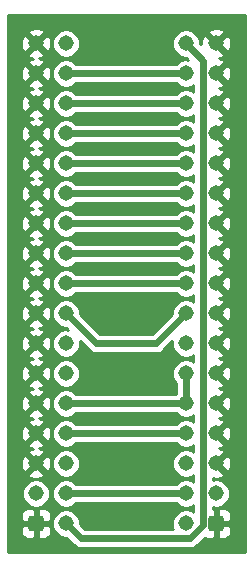
<source format=gbr>
G04 #@! TF.GenerationSoftware,KiCad,Pcbnew,5.1.6*
G04 #@! TF.CreationDate,2020-07-16T15:28:18+01:00*
G04 #@! TF.ProjectId,EZ-DF0,455a2d44-4630-42e6-9b69-6361645f7063,rev?*
G04 #@! TF.SameCoordinates,Original*
G04 #@! TF.FileFunction,Copper,L2,Bot*
G04 #@! TF.FilePolarity,Positive*
%FSLAX46Y46*%
G04 Gerber Fmt 4.6, Leading zero omitted, Abs format (unit mm)*
G04 Created by KiCad (PCBNEW 5.1.6) date 2020-07-16 15:28:18*
%MOMM*%
%LPD*%
G01*
G04 APERTURE LIST*
G04 #@! TA.AperFunction,ComponentPad*
%ADD10C,1.310000*%
G04 #@! TD*
G04 #@! TA.AperFunction,ViaPad*
%ADD11C,0.600000*%
G04 #@! TD*
G04 #@! TA.AperFunction,Conductor*
%ADD12C,0.600000*%
G04 #@! TD*
G04 #@! TA.AperFunction,Conductor*
%ADD13C,0.254000*%
G04 #@! TD*
G04 APERTURE END LIST*
G04 #@! TA.AperFunction,ComponentPad*
G36*
G01*
X143105000Y-104755000D02*
X143915000Y-104755000D01*
G75*
G02*
X144165000Y-105005000I0J-250000D01*
G01*
X144165000Y-105815000D01*
G75*
G02*
X143915000Y-106065000I-250000J0D01*
G01*
X143105000Y-106065000D01*
G75*
G02*
X142855000Y-105815000I0J250000D01*
G01*
X142855000Y-105005000D01*
G75*
G02*
X143105000Y-104755000I250000J0D01*
G01*
G37*
G04 #@! TD.AperFunction*
D10*
X143510000Y-102870000D03*
X143510000Y-100330000D03*
X143510000Y-97790000D03*
X143510000Y-95250000D03*
X143510000Y-92710000D03*
X143510000Y-90170000D03*
X143510000Y-87630000D03*
X143510000Y-85090000D03*
X143510000Y-82550000D03*
X143510000Y-80010000D03*
X143510000Y-77470000D03*
X143510000Y-74930000D03*
X143510000Y-72390000D03*
X143510000Y-69850000D03*
X143510000Y-67310000D03*
X143510000Y-64770000D03*
X140970000Y-105410000D03*
X140970000Y-102870000D03*
X140970000Y-100330000D03*
X140970000Y-97790000D03*
X140970000Y-95250000D03*
X140970000Y-92710000D03*
X140970000Y-90170000D03*
X140970000Y-87630000D03*
X140970000Y-85090000D03*
X140970000Y-82550000D03*
X140970000Y-80010000D03*
X140970000Y-77470000D03*
X140970000Y-74930000D03*
X140970000Y-72390000D03*
X140970000Y-69850000D03*
X140970000Y-67310000D03*
X140970000Y-64770000D03*
X130810000Y-64770000D03*
X130810000Y-67310000D03*
X130810000Y-69850000D03*
X130810000Y-72390000D03*
X130810000Y-74930000D03*
X130810000Y-77470000D03*
X130810000Y-80010000D03*
X130810000Y-82550000D03*
X130810000Y-85090000D03*
X130810000Y-87630000D03*
X130810000Y-90170000D03*
X130810000Y-92710000D03*
X130810000Y-95250000D03*
X130810000Y-97790000D03*
X130810000Y-100330000D03*
X130810000Y-102870000D03*
X130810000Y-105410000D03*
X128270000Y-64770000D03*
X128270000Y-67310000D03*
X128270000Y-69850000D03*
X128270000Y-72390000D03*
X128270000Y-74930000D03*
X128270000Y-77470000D03*
X128270000Y-80010000D03*
X128270000Y-82550000D03*
X128270000Y-85090000D03*
X128270000Y-87630000D03*
X128270000Y-90170000D03*
X128270000Y-92710000D03*
X128270000Y-95250000D03*
X128270000Y-97790000D03*
X128270000Y-100330000D03*
X128270000Y-102870000D03*
G04 #@! TA.AperFunction,ComponentPad*
G36*
G01*
X128675000Y-106065000D02*
X127865000Y-106065000D01*
G75*
G02*
X127615000Y-105815000I0J250000D01*
G01*
X127615000Y-105005000D01*
G75*
G02*
X127865000Y-104755000I250000J0D01*
G01*
X128675000Y-104755000D01*
G75*
G02*
X128925000Y-105005000I0J-250000D01*
G01*
X128925000Y-105815000D01*
G75*
G02*
X128675000Y-106065000I-250000J0D01*
G01*
G37*
G04 #@! TD.AperFunction*
D11*
X133350000Y-66040000D03*
X138430000Y-66040000D03*
X133350000Y-63500000D03*
X138430000Y-63500000D03*
X134620000Y-92710000D03*
X138430000Y-92710000D03*
X138430000Y-83820000D03*
X133350000Y-81280000D03*
X133350000Y-73660000D03*
X138430000Y-73660000D03*
X134620000Y-83820000D03*
X135890000Y-81280000D03*
X133350000Y-100330000D03*
X138430000Y-100330000D03*
X133350000Y-105410000D03*
X138430000Y-105410000D03*
X133350000Y-96520000D03*
X138430000Y-96520000D03*
X133350000Y-71120000D03*
X138430000Y-71120000D03*
X133350000Y-68580000D03*
X138430000Y-68580000D03*
D12*
X130810000Y-77470000D02*
X140970000Y-77470000D01*
X130810000Y-67310000D02*
X140970000Y-67310000D01*
X130810000Y-69850000D02*
X140970000Y-69850000D01*
X130810000Y-72390000D02*
X140970000Y-72390000D01*
X130810000Y-74930000D02*
X140970000Y-74930000D01*
X130810000Y-80010000D02*
X140970000Y-80010000D01*
X130810000Y-82550000D02*
X140970000Y-82550000D01*
X130810000Y-85090000D02*
X140970000Y-85090000D01*
X130810000Y-102870000D02*
X140970000Y-102870000D01*
X130810000Y-87630000D02*
X133350000Y-90170000D01*
X133350000Y-90170000D02*
X138430000Y-90170000D01*
X138430000Y-90170000D02*
X140970000Y-87630000D01*
X130810000Y-95250000D02*
X140970000Y-95250000D01*
X140970000Y-95250000D02*
X140970000Y-92710000D01*
X130810000Y-97790000D02*
X140970000Y-97790000D01*
X141301362Y-106680000D02*
X132080000Y-106680000D01*
X142427999Y-105553363D02*
X141301362Y-106680000D01*
X142427999Y-66227999D02*
X142427999Y-105553363D01*
X140970000Y-64770000D02*
X142427999Y-66227999D01*
X132080000Y-106680000D02*
X130810000Y-105410000D01*
D13*
G36*
X145923000Y-107823000D02*
G01*
X125857000Y-107823000D01*
X125857000Y-106065000D01*
X126976928Y-106065000D01*
X126989188Y-106189482D01*
X127025498Y-106309180D01*
X127084463Y-106419494D01*
X127163815Y-106516185D01*
X127260506Y-106595537D01*
X127370820Y-106654502D01*
X127490518Y-106690812D01*
X127615000Y-106703072D01*
X127984250Y-106700000D01*
X128143000Y-106541250D01*
X128143000Y-105537000D01*
X128397000Y-105537000D01*
X128397000Y-106541250D01*
X128555750Y-106700000D01*
X128925000Y-106703072D01*
X129049482Y-106690812D01*
X129169180Y-106654502D01*
X129279494Y-106595537D01*
X129376185Y-106516185D01*
X129455537Y-106419494D01*
X129514502Y-106309180D01*
X129550812Y-106189482D01*
X129563072Y-106065000D01*
X129560000Y-105695750D01*
X129401250Y-105537000D01*
X128397000Y-105537000D01*
X128143000Y-105537000D01*
X127138750Y-105537000D01*
X126980000Y-105695750D01*
X126976928Y-106065000D01*
X125857000Y-106065000D01*
X125857000Y-104755000D01*
X126976928Y-104755000D01*
X126980000Y-105124250D01*
X127138750Y-105283000D01*
X128143000Y-105283000D01*
X128143000Y-104278750D01*
X128397000Y-104278750D01*
X128397000Y-105283000D01*
X129401250Y-105283000D01*
X129560000Y-105124250D01*
X129563072Y-104755000D01*
X129550812Y-104630518D01*
X129514502Y-104510820D01*
X129455537Y-104400506D01*
X129376185Y-104303815D01*
X129279494Y-104224463D01*
X129169180Y-104165498D01*
X129049482Y-104129188D01*
X128925000Y-104116928D01*
X128555750Y-104120000D01*
X128397000Y-104278750D01*
X128143000Y-104278750D01*
X127984250Y-104120000D01*
X127615000Y-104116928D01*
X127490518Y-104129188D01*
X127370820Y-104165498D01*
X127260506Y-104224463D01*
X127163815Y-104303815D01*
X127084463Y-104400506D01*
X127025498Y-104510820D01*
X126989188Y-104630518D01*
X126976928Y-104755000D01*
X125857000Y-104755000D01*
X125857000Y-102752795D01*
X127080000Y-102752795D01*
X127080000Y-102987205D01*
X127125731Y-103217110D01*
X127215436Y-103433676D01*
X127345667Y-103628581D01*
X127511419Y-103794333D01*
X127706324Y-103924564D01*
X127922890Y-104014269D01*
X128152795Y-104060000D01*
X128387205Y-104060000D01*
X128617110Y-104014269D01*
X128833676Y-103924564D01*
X129028581Y-103794333D01*
X129194333Y-103628581D01*
X129324564Y-103433676D01*
X129414269Y-103217110D01*
X129460000Y-102987205D01*
X129460000Y-102752795D01*
X129414269Y-102522890D01*
X129324564Y-102306324D01*
X129194333Y-102111419D01*
X129028581Y-101945667D01*
X128833676Y-101815436D01*
X128617110Y-101725731D01*
X128387205Y-101680000D01*
X128152795Y-101680000D01*
X127922890Y-101725731D01*
X127706324Y-101815436D01*
X127511419Y-101945667D01*
X127345667Y-102111419D01*
X127215436Y-102306324D01*
X127125731Y-102522890D01*
X127080000Y-102752795D01*
X125857000Y-102752795D01*
X125857000Y-101219102D01*
X127560503Y-101219102D01*
X127614499Y-101448286D01*
X127845261Y-101554681D01*
X128092345Y-101614011D01*
X128346257Y-101623998D01*
X128597238Y-101584258D01*
X128835644Y-101496317D01*
X128925501Y-101448286D01*
X128979497Y-101219102D01*
X128270000Y-100509605D01*
X127560503Y-101219102D01*
X125857000Y-101219102D01*
X125857000Y-100406257D01*
X126976002Y-100406257D01*
X127015742Y-100657238D01*
X127103683Y-100895644D01*
X127151714Y-100985501D01*
X127380898Y-101039497D01*
X128090395Y-100330000D01*
X128449605Y-100330000D01*
X129159102Y-101039497D01*
X129388286Y-100985501D01*
X129494681Y-100754739D01*
X129554011Y-100507655D01*
X129563998Y-100253743D01*
X129557515Y-100212795D01*
X129620000Y-100212795D01*
X129620000Y-100447205D01*
X129665731Y-100677110D01*
X129755436Y-100893676D01*
X129885667Y-101088581D01*
X130051419Y-101254333D01*
X130246324Y-101384564D01*
X130462890Y-101474269D01*
X130692795Y-101520000D01*
X130927205Y-101520000D01*
X131157110Y-101474269D01*
X131373676Y-101384564D01*
X131568581Y-101254333D01*
X131734333Y-101088581D01*
X131864564Y-100893676D01*
X131954269Y-100677110D01*
X132000000Y-100447205D01*
X132000000Y-100212795D01*
X131954269Y-99982890D01*
X131864564Y-99766324D01*
X131734333Y-99571419D01*
X131568581Y-99405667D01*
X131373676Y-99275436D01*
X131157110Y-99185731D01*
X130927205Y-99140000D01*
X130692795Y-99140000D01*
X130462890Y-99185731D01*
X130246324Y-99275436D01*
X130051419Y-99405667D01*
X129885667Y-99571419D01*
X129755436Y-99766324D01*
X129665731Y-99982890D01*
X129620000Y-100212795D01*
X129557515Y-100212795D01*
X129524258Y-100002762D01*
X129436317Y-99764356D01*
X129388286Y-99674499D01*
X129159102Y-99620503D01*
X128449605Y-100330000D01*
X128090395Y-100330000D01*
X127380898Y-99620503D01*
X127151714Y-99674499D01*
X127045319Y-99905261D01*
X126985989Y-100152345D01*
X126976002Y-100406257D01*
X125857000Y-100406257D01*
X125857000Y-98679102D01*
X127560503Y-98679102D01*
X127614499Y-98908286D01*
X127845261Y-99014681D01*
X128037248Y-99060781D01*
X127942762Y-99075742D01*
X127704356Y-99163683D01*
X127614499Y-99211714D01*
X127560503Y-99440898D01*
X128270000Y-100150395D01*
X128979497Y-99440898D01*
X128925501Y-99211714D01*
X128694739Y-99105319D01*
X128502752Y-99059219D01*
X128597238Y-99044258D01*
X128835644Y-98956317D01*
X128925501Y-98908286D01*
X128979497Y-98679102D01*
X128270000Y-97969605D01*
X127560503Y-98679102D01*
X125857000Y-98679102D01*
X125857000Y-97866257D01*
X126976002Y-97866257D01*
X127015742Y-98117238D01*
X127103683Y-98355644D01*
X127151714Y-98445501D01*
X127380898Y-98499497D01*
X128090395Y-97790000D01*
X128449605Y-97790000D01*
X129159102Y-98499497D01*
X129388286Y-98445501D01*
X129494681Y-98214739D01*
X129554011Y-97967655D01*
X129563998Y-97713743D01*
X129524258Y-97462762D01*
X129436317Y-97224356D01*
X129388286Y-97134499D01*
X129159102Y-97080503D01*
X128449605Y-97790000D01*
X128090395Y-97790000D01*
X127380898Y-97080503D01*
X127151714Y-97134499D01*
X127045319Y-97365261D01*
X126985989Y-97612345D01*
X126976002Y-97866257D01*
X125857000Y-97866257D01*
X125857000Y-96139102D01*
X127560503Y-96139102D01*
X127614499Y-96368286D01*
X127845261Y-96474681D01*
X128037248Y-96520781D01*
X127942762Y-96535742D01*
X127704356Y-96623683D01*
X127614499Y-96671714D01*
X127560503Y-96900898D01*
X128270000Y-97610395D01*
X128979497Y-96900898D01*
X128925501Y-96671714D01*
X128694739Y-96565319D01*
X128502752Y-96519219D01*
X128597238Y-96504258D01*
X128835644Y-96416317D01*
X128925501Y-96368286D01*
X128979497Y-96139102D01*
X128270000Y-95429605D01*
X127560503Y-96139102D01*
X125857000Y-96139102D01*
X125857000Y-95326257D01*
X126976002Y-95326257D01*
X127015742Y-95577238D01*
X127103683Y-95815644D01*
X127151714Y-95905501D01*
X127380898Y-95959497D01*
X128090395Y-95250000D01*
X128449605Y-95250000D01*
X129159102Y-95959497D01*
X129388286Y-95905501D01*
X129494681Y-95674739D01*
X129554011Y-95427655D01*
X129563998Y-95173743D01*
X129524258Y-94922762D01*
X129436317Y-94684356D01*
X129388286Y-94594499D01*
X129159102Y-94540503D01*
X128449605Y-95250000D01*
X128090395Y-95250000D01*
X127380898Y-94540503D01*
X127151714Y-94594499D01*
X127045319Y-94825261D01*
X126985989Y-95072345D01*
X126976002Y-95326257D01*
X125857000Y-95326257D01*
X125857000Y-93599102D01*
X127560503Y-93599102D01*
X127614499Y-93828286D01*
X127845261Y-93934681D01*
X128037248Y-93980781D01*
X127942762Y-93995742D01*
X127704356Y-94083683D01*
X127614499Y-94131714D01*
X127560503Y-94360898D01*
X128270000Y-95070395D01*
X128979497Y-94360898D01*
X128925501Y-94131714D01*
X128694739Y-94025319D01*
X128502752Y-93979219D01*
X128597238Y-93964258D01*
X128835644Y-93876317D01*
X128925501Y-93828286D01*
X128979497Y-93599102D01*
X128270000Y-92889605D01*
X127560503Y-93599102D01*
X125857000Y-93599102D01*
X125857000Y-92786257D01*
X126976002Y-92786257D01*
X127015742Y-93037238D01*
X127103683Y-93275644D01*
X127151714Y-93365501D01*
X127380898Y-93419497D01*
X128090395Y-92710000D01*
X128449605Y-92710000D01*
X129159102Y-93419497D01*
X129388286Y-93365501D01*
X129494681Y-93134739D01*
X129554011Y-92887655D01*
X129563998Y-92633743D01*
X129557515Y-92592795D01*
X129620000Y-92592795D01*
X129620000Y-92827205D01*
X129665731Y-93057110D01*
X129755436Y-93273676D01*
X129885667Y-93468581D01*
X130051419Y-93634333D01*
X130246324Y-93764564D01*
X130462890Y-93854269D01*
X130692795Y-93900000D01*
X130927205Y-93900000D01*
X131157110Y-93854269D01*
X131373676Y-93764564D01*
X131568581Y-93634333D01*
X131734333Y-93468581D01*
X131864564Y-93273676D01*
X131954269Y-93057110D01*
X132000000Y-92827205D01*
X132000000Y-92592795D01*
X131954269Y-92362890D01*
X131864564Y-92146324D01*
X131734333Y-91951419D01*
X131568581Y-91785667D01*
X131373676Y-91655436D01*
X131157110Y-91565731D01*
X130927205Y-91520000D01*
X130692795Y-91520000D01*
X130462890Y-91565731D01*
X130246324Y-91655436D01*
X130051419Y-91785667D01*
X129885667Y-91951419D01*
X129755436Y-92146324D01*
X129665731Y-92362890D01*
X129620000Y-92592795D01*
X129557515Y-92592795D01*
X129524258Y-92382762D01*
X129436317Y-92144356D01*
X129388286Y-92054499D01*
X129159102Y-92000503D01*
X128449605Y-92710000D01*
X128090395Y-92710000D01*
X127380898Y-92000503D01*
X127151714Y-92054499D01*
X127045319Y-92285261D01*
X126985989Y-92532345D01*
X126976002Y-92786257D01*
X125857000Y-92786257D01*
X125857000Y-91059102D01*
X127560503Y-91059102D01*
X127614499Y-91288286D01*
X127845261Y-91394681D01*
X128037248Y-91440781D01*
X127942762Y-91455742D01*
X127704356Y-91543683D01*
X127614499Y-91591714D01*
X127560503Y-91820898D01*
X128270000Y-92530395D01*
X128979497Y-91820898D01*
X128925501Y-91591714D01*
X128694739Y-91485319D01*
X128502752Y-91439219D01*
X128597238Y-91424258D01*
X128835644Y-91336317D01*
X128925501Y-91288286D01*
X128979497Y-91059102D01*
X128270000Y-90349605D01*
X127560503Y-91059102D01*
X125857000Y-91059102D01*
X125857000Y-90246257D01*
X126976002Y-90246257D01*
X127015742Y-90497238D01*
X127103683Y-90735644D01*
X127151714Y-90825501D01*
X127380898Y-90879497D01*
X128090395Y-90170000D01*
X128449605Y-90170000D01*
X129159102Y-90879497D01*
X129388286Y-90825501D01*
X129494681Y-90594739D01*
X129554011Y-90347655D01*
X129563998Y-90093743D01*
X129524258Y-89842762D01*
X129436317Y-89604356D01*
X129388286Y-89514499D01*
X129159102Y-89460503D01*
X128449605Y-90170000D01*
X128090395Y-90170000D01*
X127380898Y-89460503D01*
X127151714Y-89514499D01*
X127045319Y-89745261D01*
X126985989Y-89992345D01*
X126976002Y-90246257D01*
X125857000Y-90246257D01*
X125857000Y-88519102D01*
X127560503Y-88519102D01*
X127614499Y-88748286D01*
X127845261Y-88854681D01*
X128037248Y-88900781D01*
X127942762Y-88915742D01*
X127704356Y-89003683D01*
X127614499Y-89051714D01*
X127560503Y-89280898D01*
X128270000Y-89990395D01*
X128979497Y-89280898D01*
X128925501Y-89051714D01*
X128694739Y-88945319D01*
X128502752Y-88899219D01*
X128597238Y-88884258D01*
X128835644Y-88796317D01*
X128925501Y-88748286D01*
X128979497Y-88519102D01*
X128270000Y-87809605D01*
X127560503Y-88519102D01*
X125857000Y-88519102D01*
X125857000Y-87706257D01*
X126976002Y-87706257D01*
X127015742Y-87957238D01*
X127103683Y-88195644D01*
X127151714Y-88285501D01*
X127380898Y-88339497D01*
X128090395Y-87630000D01*
X128449605Y-87630000D01*
X129159102Y-88339497D01*
X129388286Y-88285501D01*
X129494681Y-88054739D01*
X129554011Y-87807655D01*
X129563998Y-87553743D01*
X129524258Y-87302762D01*
X129436317Y-87064356D01*
X129388286Y-86974499D01*
X129159102Y-86920503D01*
X128449605Y-87630000D01*
X128090395Y-87630000D01*
X127380898Y-86920503D01*
X127151714Y-86974499D01*
X127045319Y-87205261D01*
X126985989Y-87452345D01*
X126976002Y-87706257D01*
X125857000Y-87706257D01*
X125857000Y-85979102D01*
X127560503Y-85979102D01*
X127614499Y-86208286D01*
X127845261Y-86314681D01*
X128037248Y-86360781D01*
X127942762Y-86375742D01*
X127704356Y-86463683D01*
X127614499Y-86511714D01*
X127560503Y-86740898D01*
X128270000Y-87450395D01*
X128979497Y-86740898D01*
X128925501Y-86511714D01*
X128694739Y-86405319D01*
X128502752Y-86359219D01*
X128597238Y-86344258D01*
X128835644Y-86256317D01*
X128925501Y-86208286D01*
X128979497Y-85979102D01*
X128270000Y-85269605D01*
X127560503Y-85979102D01*
X125857000Y-85979102D01*
X125857000Y-85166257D01*
X126976002Y-85166257D01*
X127015742Y-85417238D01*
X127103683Y-85655644D01*
X127151714Y-85745501D01*
X127380898Y-85799497D01*
X128090395Y-85090000D01*
X128449605Y-85090000D01*
X129159102Y-85799497D01*
X129388286Y-85745501D01*
X129494681Y-85514739D01*
X129554011Y-85267655D01*
X129563998Y-85013743D01*
X129524258Y-84762762D01*
X129436317Y-84524356D01*
X129388286Y-84434499D01*
X129159102Y-84380503D01*
X128449605Y-85090000D01*
X128090395Y-85090000D01*
X127380898Y-84380503D01*
X127151714Y-84434499D01*
X127045319Y-84665261D01*
X126985989Y-84912345D01*
X126976002Y-85166257D01*
X125857000Y-85166257D01*
X125857000Y-83439102D01*
X127560503Y-83439102D01*
X127614499Y-83668286D01*
X127845261Y-83774681D01*
X128037248Y-83820781D01*
X127942762Y-83835742D01*
X127704356Y-83923683D01*
X127614499Y-83971714D01*
X127560503Y-84200898D01*
X128270000Y-84910395D01*
X128979497Y-84200898D01*
X128925501Y-83971714D01*
X128694739Y-83865319D01*
X128502752Y-83819219D01*
X128597238Y-83804258D01*
X128835644Y-83716317D01*
X128925501Y-83668286D01*
X128979497Y-83439102D01*
X128270000Y-82729605D01*
X127560503Y-83439102D01*
X125857000Y-83439102D01*
X125857000Y-82626257D01*
X126976002Y-82626257D01*
X127015742Y-82877238D01*
X127103683Y-83115644D01*
X127151714Y-83205501D01*
X127380898Y-83259497D01*
X128090395Y-82550000D01*
X128449605Y-82550000D01*
X129159102Y-83259497D01*
X129388286Y-83205501D01*
X129494681Y-82974739D01*
X129554011Y-82727655D01*
X129563998Y-82473743D01*
X129524258Y-82222762D01*
X129436317Y-81984356D01*
X129388286Y-81894499D01*
X129159102Y-81840503D01*
X128449605Y-82550000D01*
X128090395Y-82550000D01*
X127380898Y-81840503D01*
X127151714Y-81894499D01*
X127045319Y-82125261D01*
X126985989Y-82372345D01*
X126976002Y-82626257D01*
X125857000Y-82626257D01*
X125857000Y-80899102D01*
X127560503Y-80899102D01*
X127614499Y-81128286D01*
X127845261Y-81234681D01*
X128037248Y-81280781D01*
X127942762Y-81295742D01*
X127704356Y-81383683D01*
X127614499Y-81431714D01*
X127560503Y-81660898D01*
X128270000Y-82370395D01*
X128979497Y-81660898D01*
X128925501Y-81431714D01*
X128694739Y-81325319D01*
X128502752Y-81279219D01*
X128597238Y-81264258D01*
X128835644Y-81176317D01*
X128925501Y-81128286D01*
X128979497Y-80899102D01*
X128270000Y-80189605D01*
X127560503Y-80899102D01*
X125857000Y-80899102D01*
X125857000Y-80086257D01*
X126976002Y-80086257D01*
X127015742Y-80337238D01*
X127103683Y-80575644D01*
X127151714Y-80665501D01*
X127380898Y-80719497D01*
X128090395Y-80010000D01*
X128449605Y-80010000D01*
X129159102Y-80719497D01*
X129388286Y-80665501D01*
X129494681Y-80434739D01*
X129554011Y-80187655D01*
X129563998Y-79933743D01*
X129524258Y-79682762D01*
X129436317Y-79444356D01*
X129388286Y-79354499D01*
X129159102Y-79300503D01*
X128449605Y-80010000D01*
X128090395Y-80010000D01*
X127380898Y-79300503D01*
X127151714Y-79354499D01*
X127045319Y-79585261D01*
X126985989Y-79832345D01*
X126976002Y-80086257D01*
X125857000Y-80086257D01*
X125857000Y-78359102D01*
X127560503Y-78359102D01*
X127614499Y-78588286D01*
X127845261Y-78694681D01*
X128037248Y-78740781D01*
X127942762Y-78755742D01*
X127704356Y-78843683D01*
X127614499Y-78891714D01*
X127560503Y-79120898D01*
X128270000Y-79830395D01*
X128979497Y-79120898D01*
X128925501Y-78891714D01*
X128694739Y-78785319D01*
X128502752Y-78739219D01*
X128597238Y-78724258D01*
X128835644Y-78636317D01*
X128925501Y-78588286D01*
X128979497Y-78359102D01*
X128270000Y-77649605D01*
X127560503Y-78359102D01*
X125857000Y-78359102D01*
X125857000Y-77546257D01*
X126976002Y-77546257D01*
X127015742Y-77797238D01*
X127103683Y-78035644D01*
X127151714Y-78125501D01*
X127380898Y-78179497D01*
X128090395Y-77470000D01*
X128449605Y-77470000D01*
X129159102Y-78179497D01*
X129388286Y-78125501D01*
X129494681Y-77894739D01*
X129554011Y-77647655D01*
X129563998Y-77393743D01*
X129524258Y-77142762D01*
X129436317Y-76904356D01*
X129388286Y-76814499D01*
X129159102Y-76760503D01*
X128449605Y-77470000D01*
X128090395Y-77470000D01*
X127380898Y-76760503D01*
X127151714Y-76814499D01*
X127045319Y-77045261D01*
X126985989Y-77292345D01*
X126976002Y-77546257D01*
X125857000Y-77546257D01*
X125857000Y-75819102D01*
X127560503Y-75819102D01*
X127614499Y-76048286D01*
X127845261Y-76154681D01*
X128037248Y-76200781D01*
X127942762Y-76215742D01*
X127704356Y-76303683D01*
X127614499Y-76351714D01*
X127560503Y-76580898D01*
X128270000Y-77290395D01*
X128979497Y-76580898D01*
X128925501Y-76351714D01*
X128694739Y-76245319D01*
X128502752Y-76199219D01*
X128597238Y-76184258D01*
X128835644Y-76096317D01*
X128925501Y-76048286D01*
X128979497Y-75819102D01*
X128270000Y-75109605D01*
X127560503Y-75819102D01*
X125857000Y-75819102D01*
X125857000Y-75006257D01*
X126976002Y-75006257D01*
X127015742Y-75257238D01*
X127103683Y-75495644D01*
X127151714Y-75585501D01*
X127380898Y-75639497D01*
X128090395Y-74930000D01*
X128449605Y-74930000D01*
X129159102Y-75639497D01*
X129388286Y-75585501D01*
X129494681Y-75354739D01*
X129554011Y-75107655D01*
X129563998Y-74853743D01*
X129524258Y-74602762D01*
X129436317Y-74364356D01*
X129388286Y-74274499D01*
X129159102Y-74220503D01*
X128449605Y-74930000D01*
X128090395Y-74930000D01*
X127380898Y-74220503D01*
X127151714Y-74274499D01*
X127045319Y-74505261D01*
X126985989Y-74752345D01*
X126976002Y-75006257D01*
X125857000Y-75006257D01*
X125857000Y-73279102D01*
X127560503Y-73279102D01*
X127614499Y-73508286D01*
X127845261Y-73614681D01*
X128037248Y-73660781D01*
X127942762Y-73675742D01*
X127704356Y-73763683D01*
X127614499Y-73811714D01*
X127560503Y-74040898D01*
X128270000Y-74750395D01*
X128979497Y-74040898D01*
X128925501Y-73811714D01*
X128694739Y-73705319D01*
X128502752Y-73659219D01*
X128597238Y-73644258D01*
X128835644Y-73556317D01*
X128925501Y-73508286D01*
X128979497Y-73279102D01*
X128270000Y-72569605D01*
X127560503Y-73279102D01*
X125857000Y-73279102D01*
X125857000Y-72466257D01*
X126976002Y-72466257D01*
X127015742Y-72717238D01*
X127103683Y-72955644D01*
X127151714Y-73045501D01*
X127380898Y-73099497D01*
X128090395Y-72390000D01*
X128449605Y-72390000D01*
X129159102Y-73099497D01*
X129388286Y-73045501D01*
X129494681Y-72814739D01*
X129554011Y-72567655D01*
X129563998Y-72313743D01*
X129524258Y-72062762D01*
X129436317Y-71824356D01*
X129388286Y-71734499D01*
X129159102Y-71680503D01*
X128449605Y-72390000D01*
X128090395Y-72390000D01*
X127380898Y-71680503D01*
X127151714Y-71734499D01*
X127045319Y-71965261D01*
X126985989Y-72212345D01*
X126976002Y-72466257D01*
X125857000Y-72466257D01*
X125857000Y-70739102D01*
X127560503Y-70739102D01*
X127614499Y-70968286D01*
X127845261Y-71074681D01*
X128037248Y-71120781D01*
X127942762Y-71135742D01*
X127704356Y-71223683D01*
X127614499Y-71271714D01*
X127560503Y-71500898D01*
X128270000Y-72210395D01*
X128979497Y-71500898D01*
X128925501Y-71271714D01*
X128694739Y-71165319D01*
X128502752Y-71119219D01*
X128597238Y-71104258D01*
X128835644Y-71016317D01*
X128925501Y-70968286D01*
X128979497Y-70739102D01*
X128270000Y-70029605D01*
X127560503Y-70739102D01*
X125857000Y-70739102D01*
X125857000Y-69926257D01*
X126976002Y-69926257D01*
X127015742Y-70177238D01*
X127103683Y-70415644D01*
X127151714Y-70505501D01*
X127380898Y-70559497D01*
X128090395Y-69850000D01*
X128449605Y-69850000D01*
X129159102Y-70559497D01*
X129388286Y-70505501D01*
X129494681Y-70274739D01*
X129554011Y-70027655D01*
X129563998Y-69773743D01*
X129524258Y-69522762D01*
X129436317Y-69284356D01*
X129388286Y-69194499D01*
X129159102Y-69140503D01*
X128449605Y-69850000D01*
X128090395Y-69850000D01*
X127380898Y-69140503D01*
X127151714Y-69194499D01*
X127045319Y-69425261D01*
X126985989Y-69672345D01*
X126976002Y-69926257D01*
X125857000Y-69926257D01*
X125857000Y-68199102D01*
X127560503Y-68199102D01*
X127614499Y-68428286D01*
X127845261Y-68534681D01*
X128037248Y-68580781D01*
X127942762Y-68595742D01*
X127704356Y-68683683D01*
X127614499Y-68731714D01*
X127560503Y-68960898D01*
X128270000Y-69670395D01*
X128979497Y-68960898D01*
X128925501Y-68731714D01*
X128694739Y-68625319D01*
X128502752Y-68579219D01*
X128597238Y-68564258D01*
X128835644Y-68476317D01*
X128925501Y-68428286D01*
X128979497Y-68199102D01*
X128270000Y-67489605D01*
X127560503Y-68199102D01*
X125857000Y-68199102D01*
X125857000Y-67386257D01*
X126976002Y-67386257D01*
X127015742Y-67637238D01*
X127103683Y-67875644D01*
X127151714Y-67965501D01*
X127380898Y-68019497D01*
X128090395Y-67310000D01*
X128449605Y-67310000D01*
X129159102Y-68019497D01*
X129388286Y-67965501D01*
X129494681Y-67734739D01*
X129554011Y-67487655D01*
X129563998Y-67233743D01*
X129557515Y-67192795D01*
X129620000Y-67192795D01*
X129620000Y-67427205D01*
X129665731Y-67657110D01*
X129755436Y-67873676D01*
X129885667Y-68068581D01*
X130051419Y-68234333D01*
X130246324Y-68364564D01*
X130462890Y-68454269D01*
X130692795Y-68500000D01*
X130927205Y-68500000D01*
X131157110Y-68454269D01*
X131373676Y-68364564D01*
X131568581Y-68234333D01*
X131657914Y-68145000D01*
X140122086Y-68145000D01*
X140211419Y-68234333D01*
X140406324Y-68364564D01*
X140622890Y-68454269D01*
X140852795Y-68500000D01*
X141087205Y-68500000D01*
X141317110Y-68454269D01*
X141533676Y-68364564D01*
X141592999Y-68324926D01*
X141592999Y-68835074D01*
X141533676Y-68795436D01*
X141317110Y-68705731D01*
X141087205Y-68660000D01*
X140852795Y-68660000D01*
X140622890Y-68705731D01*
X140406324Y-68795436D01*
X140211419Y-68925667D01*
X140122086Y-69015000D01*
X131657914Y-69015000D01*
X131568581Y-68925667D01*
X131373676Y-68795436D01*
X131157110Y-68705731D01*
X130927205Y-68660000D01*
X130692795Y-68660000D01*
X130462890Y-68705731D01*
X130246324Y-68795436D01*
X130051419Y-68925667D01*
X129885667Y-69091419D01*
X129755436Y-69286324D01*
X129665731Y-69502890D01*
X129620000Y-69732795D01*
X129620000Y-69967205D01*
X129665731Y-70197110D01*
X129755436Y-70413676D01*
X129885667Y-70608581D01*
X130051419Y-70774333D01*
X130246324Y-70904564D01*
X130462890Y-70994269D01*
X130692795Y-71040000D01*
X130927205Y-71040000D01*
X131157110Y-70994269D01*
X131373676Y-70904564D01*
X131568581Y-70774333D01*
X131657914Y-70685000D01*
X140122086Y-70685000D01*
X140211419Y-70774333D01*
X140406324Y-70904564D01*
X140622890Y-70994269D01*
X140852795Y-71040000D01*
X141087205Y-71040000D01*
X141317110Y-70994269D01*
X141533676Y-70904564D01*
X141592999Y-70864926D01*
X141592999Y-71375074D01*
X141533676Y-71335436D01*
X141317110Y-71245731D01*
X141087205Y-71200000D01*
X140852795Y-71200000D01*
X140622890Y-71245731D01*
X140406324Y-71335436D01*
X140211419Y-71465667D01*
X140122086Y-71555000D01*
X131657914Y-71555000D01*
X131568581Y-71465667D01*
X131373676Y-71335436D01*
X131157110Y-71245731D01*
X130927205Y-71200000D01*
X130692795Y-71200000D01*
X130462890Y-71245731D01*
X130246324Y-71335436D01*
X130051419Y-71465667D01*
X129885667Y-71631419D01*
X129755436Y-71826324D01*
X129665731Y-72042890D01*
X129620000Y-72272795D01*
X129620000Y-72507205D01*
X129665731Y-72737110D01*
X129755436Y-72953676D01*
X129885667Y-73148581D01*
X130051419Y-73314333D01*
X130246324Y-73444564D01*
X130462890Y-73534269D01*
X130692795Y-73580000D01*
X130927205Y-73580000D01*
X131157110Y-73534269D01*
X131373676Y-73444564D01*
X131568581Y-73314333D01*
X131657914Y-73225000D01*
X140122086Y-73225000D01*
X140211419Y-73314333D01*
X140406324Y-73444564D01*
X140622890Y-73534269D01*
X140852795Y-73580000D01*
X141087205Y-73580000D01*
X141317110Y-73534269D01*
X141533676Y-73444564D01*
X141592999Y-73404926D01*
X141592999Y-73915074D01*
X141533676Y-73875436D01*
X141317110Y-73785731D01*
X141087205Y-73740000D01*
X140852795Y-73740000D01*
X140622890Y-73785731D01*
X140406324Y-73875436D01*
X140211419Y-74005667D01*
X140122086Y-74095000D01*
X131657914Y-74095000D01*
X131568581Y-74005667D01*
X131373676Y-73875436D01*
X131157110Y-73785731D01*
X130927205Y-73740000D01*
X130692795Y-73740000D01*
X130462890Y-73785731D01*
X130246324Y-73875436D01*
X130051419Y-74005667D01*
X129885667Y-74171419D01*
X129755436Y-74366324D01*
X129665731Y-74582890D01*
X129620000Y-74812795D01*
X129620000Y-75047205D01*
X129665731Y-75277110D01*
X129755436Y-75493676D01*
X129885667Y-75688581D01*
X130051419Y-75854333D01*
X130246324Y-75984564D01*
X130462890Y-76074269D01*
X130692795Y-76120000D01*
X130927205Y-76120000D01*
X131157110Y-76074269D01*
X131373676Y-75984564D01*
X131568581Y-75854333D01*
X131657914Y-75765000D01*
X140122086Y-75765000D01*
X140211419Y-75854333D01*
X140406324Y-75984564D01*
X140622890Y-76074269D01*
X140852795Y-76120000D01*
X141087205Y-76120000D01*
X141317110Y-76074269D01*
X141533676Y-75984564D01*
X141592999Y-75944926D01*
X141592999Y-76455074D01*
X141533676Y-76415436D01*
X141317110Y-76325731D01*
X141087205Y-76280000D01*
X140852795Y-76280000D01*
X140622890Y-76325731D01*
X140406324Y-76415436D01*
X140211419Y-76545667D01*
X140122086Y-76635000D01*
X131657914Y-76635000D01*
X131568581Y-76545667D01*
X131373676Y-76415436D01*
X131157110Y-76325731D01*
X130927205Y-76280000D01*
X130692795Y-76280000D01*
X130462890Y-76325731D01*
X130246324Y-76415436D01*
X130051419Y-76545667D01*
X129885667Y-76711419D01*
X129755436Y-76906324D01*
X129665731Y-77122890D01*
X129620000Y-77352795D01*
X129620000Y-77587205D01*
X129665731Y-77817110D01*
X129755436Y-78033676D01*
X129885667Y-78228581D01*
X130051419Y-78394333D01*
X130246324Y-78524564D01*
X130462890Y-78614269D01*
X130692795Y-78660000D01*
X130927205Y-78660000D01*
X131157110Y-78614269D01*
X131373676Y-78524564D01*
X131568581Y-78394333D01*
X131657914Y-78305000D01*
X140122086Y-78305000D01*
X140211419Y-78394333D01*
X140406324Y-78524564D01*
X140622890Y-78614269D01*
X140852795Y-78660000D01*
X141087205Y-78660000D01*
X141317110Y-78614269D01*
X141533676Y-78524564D01*
X141592999Y-78484926D01*
X141592999Y-78995074D01*
X141533676Y-78955436D01*
X141317110Y-78865731D01*
X141087205Y-78820000D01*
X140852795Y-78820000D01*
X140622890Y-78865731D01*
X140406324Y-78955436D01*
X140211419Y-79085667D01*
X140122086Y-79175000D01*
X131657914Y-79175000D01*
X131568581Y-79085667D01*
X131373676Y-78955436D01*
X131157110Y-78865731D01*
X130927205Y-78820000D01*
X130692795Y-78820000D01*
X130462890Y-78865731D01*
X130246324Y-78955436D01*
X130051419Y-79085667D01*
X129885667Y-79251419D01*
X129755436Y-79446324D01*
X129665731Y-79662890D01*
X129620000Y-79892795D01*
X129620000Y-80127205D01*
X129665731Y-80357110D01*
X129755436Y-80573676D01*
X129885667Y-80768581D01*
X130051419Y-80934333D01*
X130246324Y-81064564D01*
X130462890Y-81154269D01*
X130692795Y-81200000D01*
X130927205Y-81200000D01*
X131157110Y-81154269D01*
X131373676Y-81064564D01*
X131568581Y-80934333D01*
X131657914Y-80845000D01*
X140122086Y-80845000D01*
X140211419Y-80934333D01*
X140406324Y-81064564D01*
X140622890Y-81154269D01*
X140852795Y-81200000D01*
X141087205Y-81200000D01*
X141317110Y-81154269D01*
X141533676Y-81064564D01*
X141592999Y-81024925D01*
X141592999Y-81535075D01*
X141533676Y-81495436D01*
X141317110Y-81405731D01*
X141087205Y-81360000D01*
X140852795Y-81360000D01*
X140622890Y-81405731D01*
X140406324Y-81495436D01*
X140211419Y-81625667D01*
X140122086Y-81715000D01*
X131657914Y-81715000D01*
X131568581Y-81625667D01*
X131373676Y-81495436D01*
X131157110Y-81405731D01*
X130927205Y-81360000D01*
X130692795Y-81360000D01*
X130462890Y-81405731D01*
X130246324Y-81495436D01*
X130051419Y-81625667D01*
X129885667Y-81791419D01*
X129755436Y-81986324D01*
X129665731Y-82202890D01*
X129620000Y-82432795D01*
X129620000Y-82667205D01*
X129665731Y-82897110D01*
X129755436Y-83113676D01*
X129885667Y-83308581D01*
X130051419Y-83474333D01*
X130246324Y-83604564D01*
X130462890Y-83694269D01*
X130692795Y-83740000D01*
X130927205Y-83740000D01*
X131157110Y-83694269D01*
X131373676Y-83604564D01*
X131568581Y-83474333D01*
X131657914Y-83385000D01*
X140122086Y-83385000D01*
X140211419Y-83474333D01*
X140406324Y-83604564D01*
X140622890Y-83694269D01*
X140852795Y-83740000D01*
X141087205Y-83740000D01*
X141317110Y-83694269D01*
X141533676Y-83604564D01*
X141592999Y-83564925D01*
X141592999Y-84075075D01*
X141533676Y-84035436D01*
X141317110Y-83945731D01*
X141087205Y-83900000D01*
X140852795Y-83900000D01*
X140622890Y-83945731D01*
X140406324Y-84035436D01*
X140211419Y-84165667D01*
X140122086Y-84255000D01*
X131657914Y-84255000D01*
X131568581Y-84165667D01*
X131373676Y-84035436D01*
X131157110Y-83945731D01*
X130927205Y-83900000D01*
X130692795Y-83900000D01*
X130462890Y-83945731D01*
X130246324Y-84035436D01*
X130051419Y-84165667D01*
X129885667Y-84331419D01*
X129755436Y-84526324D01*
X129665731Y-84742890D01*
X129620000Y-84972795D01*
X129620000Y-85207205D01*
X129665731Y-85437110D01*
X129755436Y-85653676D01*
X129885667Y-85848581D01*
X130051419Y-86014333D01*
X130246324Y-86144564D01*
X130462890Y-86234269D01*
X130692795Y-86280000D01*
X130927205Y-86280000D01*
X131157110Y-86234269D01*
X131373676Y-86144564D01*
X131568581Y-86014333D01*
X131657914Y-85925000D01*
X140122086Y-85925000D01*
X140211419Y-86014333D01*
X140406324Y-86144564D01*
X140622890Y-86234269D01*
X140852795Y-86280000D01*
X141087205Y-86280000D01*
X141317110Y-86234269D01*
X141533676Y-86144564D01*
X141593000Y-86104925D01*
X141593000Y-86615075D01*
X141533676Y-86575436D01*
X141317110Y-86485731D01*
X141087205Y-86440000D01*
X140852795Y-86440000D01*
X140622890Y-86485731D01*
X140406324Y-86575436D01*
X140211419Y-86705667D01*
X140045667Y-86871419D01*
X139915436Y-87066324D01*
X139825731Y-87282890D01*
X139780000Y-87512795D01*
X139780000Y-87639132D01*
X138084133Y-89335000D01*
X133695868Y-89335000D01*
X132000000Y-87639133D01*
X132000000Y-87512795D01*
X131954269Y-87282890D01*
X131864564Y-87066324D01*
X131734333Y-86871419D01*
X131568581Y-86705667D01*
X131373676Y-86575436D01*
X131157110Y-86485731D01*
X130927205Y-86440000D01*
X130692795Y-86440000D01*
X130462890Y-86485731D01*
X130246324Y-86575436D01*
X130051419Y-86705667D01*
X129885667Y-86871419D01*
X129755436Y-87066324D01*
X129665731Y-87282890D01*
X129620000Y-87512795D01*
X129620000Y-87747205D01*
X129665731Y-87977110D01*
X129755436Y-88193676D01*
X129885667Y-88388581D01*
X130051419Y-88554333D01*
X130246324Y-88684564D01*
X130462890Y-88774269D01*
X130692795Y-88820000D01*
X130819133Y-88820000D01*
X130992027Y-88992894D01*
X130927205Y-88980000D01*
X130692795Y-88980000D01*
X130462890Y-89025731D01*
X130246324Y-89115436D01*
X130051419Y-89245667D01*
X129885667Y-89411419D01*
X129755436Y-89606324D01*
X129665731Y-89822890D01*
X129620000Y-90052795D01*
X129620000Y-90287205D01*
X129665731Y-90517110D01*
X129755436Y-90733676D01*
X129885667Y-90928581D01*
X130051419Y-91094333D01*
X130246324Y-91224564D01*
X130462890Y-91314269D01*
X130692795Y-91360000D01*
X130927205Y-91360000D01*
X131157110Y-91314269D01*
X131373676Y-91224564D01*
X131568581Y-91094333D01*
X131734333Y-90928581D01*
X131864564Y-90733676D01*
X131954269Y-90517110D01*
X132000000Y-90287205D01*
X132000000Y-90052795D01*
X131987106Y-89987974D01*
X132730559Y-90731427D01*
X132756709Y-90763291D01*
X132883854Y-90867636D01*
X133028913Y-90945172D01*
X133186311Y-90992918D01*
X133308981Y-91005000D01*
X133308991Y-91005000D01*
X133349999Y-91009039D01*
X133391007Y-91005000D01*
X138388982Y-91005000D01*
X138430000Y-91009040D01*
X138471018Y-91005000D01*
X138471019Y-91005000D01*
X138593689Y-90992918D01*
X138751087Y-90945172D01*
X138896146Y-90867636D01*
X139023291Y-90763291D01*
X139049446Y-90731421D01*
X139792894Y-89987973D01*
X139780000Y-90052795D01*
X139780000Y-90287205D01*
X139825731Y-90517110D01*
X139915436Y-90733676D01*
X140045667Y-90928581D01*
X140211419Y-91094333D01*
X140406324Y-91224564D01*
X140622890Y-91314269D01*
X140852795Y-91360000D01*
X141087205Y-91360000D01*
X141317110Y-91314269D01*
X141533676Y-91224564D01*
X141593000Y-91184925D01*
X141593000Y-91695075D01*
X141533676Y-91655436D01*
X141317110Y-91565731D01*
X141087205Y-91520000D01*
X140852795Y-91520000D01*
X140622890Y-91565731D01*
X140406324Y-91655436D01*
X140211419Y-91785667D01*
X140045667Y-91951419D01*
X139915436Y-92146324D01*
X139825731Y-92362890D01*
X139780000Y-92592795D01*
X139780000Y-92827205D01*
X139825731Y-93057110D01*
X139915436Y-93273676D01*
X140045667Y-93468581D01*
X140135001Y-93557915D01*
X140135000Y-94402086D01*
X140122086Y-94415000D01*
X131657914Y-94415000D01*
X131568581Y-94325667D01*
X131373676Y-94195436D01*
X131157110Y-94105731D01*
X130927205Y-94060000D01*
X130692795Y-94060000D01*
X130462890Y-94105731D01*
X130246324Y-94195436D01*
X130051419Y-94325667D01*
X129885667Y-94491419D01*
X129755436Y-94686324D01*
X129665731Y-94902890D01*
X129620000Y-95132795D01*
X129620000Y-95367205D01*
X129665731Y-95597110D01*
X129755436Y-95813676D01*
X129885667Y-96008581D01*
X130051419Y-96174333D01*
X130246324Y-96304564D01*
X130462890Y-96394269D01*
X130692795Y-96440000D01*
X130927205Y-96440000D01*
X131157110Y-96394269D01*
X131373676Y-96304564D01*
X131568581Y-96174333D01*
X131657914Y-96085000D01*
X140122086Y-96085000D01*
X140211419Y-96174333D01*
X140406324Y-96304564D01*
X140622890Y-96394269D01*
X140852795Y-96440000D01*
X141087205Y-96440000D01*
X141317110Y-96394269D01*
X141533676Y-96304564D01*
X141593000Y-96264925D01*
X141593000Y-96775075D01*
X141533676Y-96735436D01*
X141317110Y-96645731D01*
X141087205Y-96600000D01*
X140852795Y-96600000D01*
X140622890Y-96645731D01*
X140406324Y-96735436D01*
X140211419Y-96865667D01*
X140122086Y-96955000D01*
X131657914Y-96955000D01*
X131568581Y-96865667D01*
X131373676Y-96735436D01*
X131157110Y-96645731D01*
X130927205Y-96600000D01*
X130692795Y-96600000D01*
X130462890Y-96645731D01*
X130246324Y-96735436D01*
X130051419Y-96865667D01*
X129885667Y-97031419D01*
X129755436Y-97226324D01*
X129665731Y-97442890D01*
X129620000Y-97672795D01*
X129620000Y-97907205D01*
X129665731Y-98137110D01*
X129755436Y-98353676D01*
X129885667Y-98548581D01*
X130051419Y-98714333D01*
X130246324Y-98844564D01*
X130462890Y-98934269D01*
X130692795Y-98980000D01*
X130927205Y-98980000D01*
X131157110Y-98934269D01*
X131373676Y-98844564D01*
X131568581Y-98714333D01*
X131657914Y-98625000D01*
X140122086Y-98625000D01*
X140211419Y-98714333D01*
X140406324Y-98844564D01*
X140622890Y-98934269D01*
X140852795Y-98980000D01*
X141087205Y-98980000D01*
X141317110Y-98934269D01*
X141533676Y-98844564D01*
X141593000Y-98804925D01*
X141593000Y-99315075D01*
X141533676Y-99275436D01*
X141317110Y-99185731D01*
X141087205Y-99140000D01*
X140852795Y-99140000D01*
X140622890Y-99185731D01*
X140406324Y-99275436D01*
X140211419Y-99405667D01*
X140045667Y-99571419D01*
X139915436Y-99766324D01*
X139825731Y-99982890D01*
X139780000Y-100212795D01*
X139780000Y-100447205D01*
X139825731Y-100677110D01*
X139915436Y-100893676D01*
X140045667Y-101088581D01*
X140211419Y-101254333D01*
X140406324Y-101384564D01*
X140622890Y-101474269D01*
X140852795Y-101520000D01*
X141087205Y-101520000D01*
X141317110Y-101474269D01*
X141533676Y-101384564D01*
X141593000Y-101344925D01*
X141593000Y-101855075D01*
X141533676Y-101815436D01*
X141317110Y-101725731D01*
X141087205Y-101680000D01*
X140852795Y-101680000D01*
X140622890Y-101725731D01*
X140406324Y-101815436D01*
X140211419Y-101945667D01*
X140122086Y-102035000D01*
X131657914Y-102035000D01*
X131568581Y-101945667D01*
X131373676Y-101815436D01*
X131157110Y-101725731D01*
X130927205Y-101680000D01*
X130692795Y-101680000D01*
X130462890Y-101725731D01*
X130246324Y-101815436D01*
X130051419Y-101945667D01*
X129885667Y-102111419D01*
X129755436Y-102306324D01*
X129665731Y-102522890D01*
X129620000Y-102752795D01*
X129620000Y-102987205D01*
X129665731Y-103217110D01*
X129755436Y-103433676D01*
X129885667Y-103628581D01*
X130051419Y-103794333D01*
X130246324Y-103924564D01*
X130462890Y-104014269D01*
X130692795Y-104060000D01*
X130927205Y-104060000D01*
X131157110Y-104014269D01*
X131373676Y-103924564D01*
X131568581Y-103794333D01*
X131657914Y-103705000D01*
X140122086Y-103705000D01*
X140211419Y-103794333D01*
X140406324Y-103924564D01*
X140622890Y-104014269D01*
X140852795Y-104060000D01*
X141087205Y-104060000D01*
X141317110Y-104014269D01*
X141533676Y-103924564D01*
X141593000Y-103884925D01*
X141593000Y-104395075D01*
X141533676Y-104355436D01*
X141317110Y-104265731D01*
X141087205Y-104220000D01*
X140852795Y-104220000D01*
X140622890Y-104265731D01*
X140406324Y-104355436D01*
X140211419Y-104485667D01*
X140045667Y-104651419D01*
X139915436Y-104846324D01*
X139825731Y-105062890D01*
X139780000Y-105292795D01*
X139780000Y-105527205D01*
X139825731Y-105757110D01*
X139862136Y-105845000D01*
X132425868Y-105845000D01*
X132000000Y-105419133D01*
X132000000Y-105292795D01*
X131954269Y-105062890D01*
X131864564Y-104846324D01*
X131734333Y-104651419D01*
X131568581Y-104485667D01*
X131373676Y-104355436D01*
X131157110Y-104265731D01*
X130927205Y-104220000D01*
X130692795Y-104220000D01*
X130462890Y-104265731D01*
X130246324Y-104355436D01*
X130051419Y-104485667D01*
X129885667Y-104651419D01*
X129755436Y-104846324D01*
X129665731Y-105062890D01*
X129620000Y-105292795D01*
X129620000Y-105527205D01*
X129665731Y-105757110D01*
X129755436Y-105973676D01*
X129885667Y-106168581D01*
X130051419Y-106334333D01*
X130246324Y-106464564D01*
X130462890Y-106554269D01*
X130692795Y-106600000D01*
X130819133Y-106600000D01*
X131460558Y-107241426D01*
X131486709Y-107273291D01*
X131613854Y-107377636D01*
X131758913Y-107455172D01*
X131916311Y-107502918D01*
X132038981Y-107515000D01*
X132038983Y-107515000D01*
X132079999Y-107519040D01*
X132121015Y-107515000D01*
X141260344Y-107515000D01*
X141301362Y-107519040D01*
X141342380Y-107515000D01*
X141342381Y-107515000D01*
X141465051Y-107502918D01*
X141622449Y-107455172D01*
X141767508Y-107377636D01*
X141894653Y-107273291D01*
X141920808Y-107241421D01*
X142543638Y-106618592D01*
X142610820Y-106654502D01*
X142730518Y-106690812D01*
X142855000Y-106703072D01*
X143224250Y-106700000D01*
X143383000Y-106541250D01*
X143383000Y-105537000D01*
X143637000Y-105537000D01*
X143637000Y-106541250D01*
X143795750Y-106700000D01*
X144165000Y-106703072D01*
X144289482Y-106690812D01*
X144409180Y-106654502D01*
X144519494Y-106595537D01*
X144616185Y-106516185D01*
X144695537Y-106419494D01*
X144754502Y-106309180D01*
X144790812Y-106189482D01*
X144803072Y-106065000D01*
X144800000Y-105695750D01*
X144641250Y-105537000D01*
X143637000Y-105537000D01*
X143383000Y-105537000D01*
X143363000Y-105537000D01*
X143363000Y-105283000D01*
X143383000Y-105283000D01*
X143383000Y-104278750D01*
X143637000Y-104278750D01*
X143637000Y-105283000D01*
X144641250Y-105283000D01*
X144800000Y-105124250D01*
X144803072Y-104755000D01*
X144790812Y-104630518D01*
X144754502Y-104510820D01*
X144695537Y-104400506D01*
X144616185Y-104303815D01*
X144519494Y-104224463D01*
X144409180Y-104165498D01*
X144289482Y-104129188D01*
X144165000Y-104116928D01*
X143795750Y-104120000D01*
X143637000Y-104278750D01*
X143383000Y-104278750D01*
X143262999Y-104158749D01*
X143262999Y-104034182D01*
X143392795Y-104060000D01*
X143627205Y-104060000D01*
X143857110Y-104014269D01*
X144073676Y-103924564D01*
X144268581Y-103794333D01*
X144434333Y-103628581D01*
X144564564Y-103433676D01*
X144654269Y-103217110D01*
X144700000Y-102987205D01*
X144700000Y-102752795D01*
X144654269Y-102522890D01*
X144564564Y-102306324D01*
X144434333Y-102111419D01*
X144268581Y-101945667D01*
X144073676Y-101815436D01*
X143857110Y-101725731D01*
X143627205Y-101680000D01*
X143392795Y-101680000D01*
X143262999Y-101705818D01*
X143262999Y-101597360D01*
X143332345Y-101614011D01*
X143586257Y-101623998D01*
X143837238Y-101584258D01*
X144075644Y-101496317D01*
X144165501Y-101448286D01*
X144219497Y-101219102D01*
X143510000Y-100509605D01*
X143495858Y-100523748D01*
X143316253Y-100344143D01*
X143330395Y-100330000D01*
X143689605Y-100330000D01*
X144399102Y-101039497D01*
X144628286Y-100985501D01*
X144734681Y-100754739D01*
X144794011Y-100507655D01*
X144803998Y-100253743D01*
X144764258Y-100002762D01*
X144676317Y-99764356D01*
X144628286Y-99674499D01*
X144399102Y-99620503D01*
X143689605Y-100330000D01*
X143330395Y-100330000D01*
X143316253Y-100315858D01*
X143495858Y-100136253D01*
X143510000Y-100150395D01*
X144219497Y-99440898D01*
X144165501Y-99211714D01*
X143934739Y-99105319D01*
X143742752Y-99059219D01*
X143837238Y-99044258D01*
X144075644Y-98956317D01*
X144165501Y-98908286D01*
X144219497Y-98679102D01*
X143510000Y-97969605D01*
X143495858Y-97983748D01*
X143316253Y-97804143D01*
X143330395Y-97790000D01*
X143689605Y-97790000D01*
X144399102Y-98499497D01*
X144628286Y-98445501D01*
X144734681Y-98214739D01*
X144794011Y-97967655D01*
X144803998Y-97713743D01*
X144764258Y-97462762D01*
X144676317Y-97224356D01*
X144628286Y-97134499D01*
X144399102Y-97080503D01*
X143689605Y-97790000D01*
X143330395Y-97790000D01*
X143316253Y-97775858D01*
X143495858Y-97596253D01*
X143510000Y-97610395D01*
X144219497Y-96900898D01*
X144165501Y-96671714D01*
X143934739Y-96565319D01*
X143742752Y-96519219D01*
X143837238Y-96504258D01*
X144075644Y-96416317D01*
X144165501Y-96368286D01*
X144219497Y-96139102D01*
X143510000Y-95429605D01*
X143495858Y-95443748D01*
X143316253Y-95264143D01*
X143330395Y-95250000D01*
X143689605Y-95250000D01*
X144399102Y-95959497D01*
X144628286Y-95905501D01*
X144734681Y-95674739D01*
X144794011Y-95427655D01*
X144803998Y-95173743D01*
X144764258Y-94922762D01*
X144676317Y-94684356D01*
X144628286Y-94594499D01*
X144399102Y-94540503D01*
X143689605Y-95250000D01*
X143330395Y-95250000D01*
X143316253Y-95235858D01*
X143495858Y-95056253D01*
X143510000Y-95070395D01*
X144219497Y-94360898D01*
X144165501Y-94131714D01*
X143934739Y-94025319D01*
X143742752Y-93979219D01*
X143837238Y-93964258D01*
X144075644Y-93876317D01*
X144165501Y-93828286D01*
X144219497Y-93599102D01*
X143510000Y-92889605D01*
X143495858Y-92903748D01*
X143316253Y-92724143D01*
X143330395Y-92710000D01*
X143689605Y-92710000D01*
X144399102Y-93419497D01*
X144628286Y-93365501D01*
X144734681Y-93134739D01*
X144794011Y-92887655D01*
X144803998Y-92633743D01*
X144764258Y-92382762D01*
X144676317Y-92144356D01*
X144628286Y-92054499D01*
X144399102Y-92000503D01*
X143689605Y-92710000D01*
X143330395Y-92710000D01*
X143316253Y-92695858D01*
X143495858Y-92516253D01*
X143510000Y-92530395D01*
X144219497Y-91820898D01*
X144165501Y-91591714D01*
X143934739Y-91485319D01*
X143742752Y-91439219D01*
X143837238Y-91424258D01*
X144075644Y-91336317D01*
X144165501Y-91288286D01*
X144219497Y-91059102D01*
X143510000Y-90349605D01*
X143495858Y-90363748D01*
X143316253Y-90184143D01*
X143330395Y-90170000D01*
X143689605Y-90170000D01*
X144399102Y-90879497D01*
X144628286Y-90825501D01*
X144734681Y-90594739D01*
X144794011Y-90347655D01*
X144803998Y-90093743D01*
X144764258Y-89842762D01*
X144676317Y-89604356D01*
X144628286Y-89514499D01*
X144399102Y-89460503D01*
X143689605Y-90170000D01*
X143330395Y-90170000D01*
X143316253Y-90155858D01*
X143495858Y-89976253D01*
X143510000Y-89990395D01*
X144219497Y-89280898D01*
X144165501Y-89051714D01*
X143934739Y-88945319D01*
X143742752Y-88899219D01*
X143837238Y-88884258D01*
X144075644Y-88796317D01*
X144165501Y-88748286D01*
X144219497Y-88519102D01*
X143510000Y-87809605D01*
X143495858Y-87823748D01*
X143316253Y-87644143D01*
X143330395Y-87630000D01*
X143689605Y-87630000D01*
X144399102Y-88339497D01*
X144628286Y-88285501D01*
X144734681Y-88054739D01*
X144794011Y-87807655D01*
X144803998Y-87553743D01*
X144764258Y-87302762D01*
X144676317Y-87064356D01*
X144628286Y-86974499D01*
X144399102Y-86920503D01*
X143689605Y-87630000D01*
X143330395Y-87630000D01*
X143316253Y-87615858D01*
X143495858Y-87436253D01*
X143510000Y-87450395D01*
X144219497Y-86740898D01*
X144165501Y-86511714D01*
X143934739Y-86405319D01*
X143742752Y-86359219D01*
X143837238Y-86344258D01*
X144075644Y-86256317D01*
X144165501Y-86208286D01*
X144219497Y-85979102D01*
X143510000Y-85269605D01*
X143495858Y-85283748D01*
X143316253Y-85104143D01*
X143330395Y-85090000D01*
X143689605Y-85090000D01*
X144399102Y-85799497D01*
X144628286Y-85745501D01*
X144734681Y-85514739D01*
X144794011Y-85267655D01*
X144803998Y-85013743D01*
X144764258Y-84762762D01*
X144676317Y-84524356D01*
X144628286Y-84434499D01*
X144399102Y-84380503D01*
X143689605Y-85090000D01*
X143330395Y-85090000D01*
X143316253Y-85075858D01*
X143495858Y-84896253D01*
X143510000Y-84910395D01*
X144219497Y-84200898D01*
X144165501Y-83971714D01*
X143934739Y-83865319D01*
X143742752Y-83819219D01*
X143837238Y-83804258D01*
X144075644Y-83716317D01*
X144165501Y-83668286D01*
X144219497Y-83439102D01*
X143510000Y-82729605D01*
X143495858Y-82743748D01*
X143316253Y-82564143D01*
X143330395Y-82550000D01*
X143689605Y-82550000D01*
X144399102Y-83259497D01*
X144628286Y-83205501D01*
X144734681Y-82974739D01*
X144794011Y-82727655D01*
X144803998Y-82473743D01*
X144764258Y-82222762D01*
X144676317Y-81984356D01*
X144628286Y-81894499D01*
X144399102Y-81840503D01*
X143689605Y-82550000D01*
X143330395Y-82550000D01*
X143316253Y-82535858D01*
X143495858Y-82356253D01*
X143510000Y-82370395D01*
X144219497Y-81660898D01*
X144165501Y-81431714D01*
X143934739Y-81325319D01*
X143742752Y-81279219D01*
X143837238Y-81264258D01*
X144075644Y-81176317D01*
X144165501Y-81128286D01*
X144219497Y-80899102D01*
X143510000Y-80189605D01*
X143495858Y-80203748D01*
X143316253Y-80024143D01*
X143330395Y-80010000D01*
X143689605Y-80010000D01*
X144399102Y-80719497D01*
X144628286Y-80665501D01*
X144734681Y-80434739D01*
X144794011Y-80187655D01*
X144803998Y-79933743D01*
X144764258Y-79682762D01*
X144676317Y-79444356D01*
X144628286Y-79354499D01*
X144399102Y-79300503D01*
X143689605Y-80010000D01*
X143330395Y-80010000D01*
X143316253Y-79995858D01*
X143495858Y-79816253D01*
X143510000Y-79830395D01*
X144219497Y-79120898D01*
X144165501Y-78891714D01*
X143934739Y-78785319D01*
X143742752Y-78739219D01*
X143837238Y-78724258D01*
X144075644Y-78636317D01*
X144165501Y-78588286D01*
X144219497Y-78359102D01*
X143510000Y-77649605D01*
X143495858Y-77663748D01*
X143316253Y-77484143D01*
X143330395Y-77470000D01*
X143689605Y-77470000D01*
X144399102Y-78179497D01*
X144628286Y-78125501D01*
X144734681Y-77894739D01*
X144794011Y-77647655D01*
X144803998Y-77393743D01*
X144764258Y-77142762D01*
X144676317Y-76904356D01*
X144628286Y-76814499D01*
X144399102Y-76760503D01*
X143689605Y-77470000D01*
X143330395Y-77470000D01*
X143316253Y-77455858D01*
X143495858Y-77276253D01*
X143510000Y-77290395D01*
X144219497Y-76580898D01*
X144165501Y-76351714D01*
X143934739Y-76245319D01*
X143742752Y-76199219D01*
X143837238Y-76184258D01*
X144075644Y-76096317D01*
X144165501Y-76048286D01*
X144219497Y-75819102D01*
X143510000Y-75109605D01*
X143495858Y-75123748D01*
X143316253Y-74944143D01*
X143330395Y-74930000D01*
X143689605Y-74930000D01*
X144399102Y-75639497D01*
X144628286Y-75585501D01*
X144734681Y-75354739D01*
X144794011Y-75107655D01*
X144803998Y-74853743D01*
X144764258Y-74602762D01*
X144676317Y-74364356D01*
X144628286Y-74274499D01*
X144399102Y-74220503D01*
X143689605Y-74930000D01*
X143330395Y-74930000D01*
X143316253Y-74915858D01*
X143495858Y-74736253D01*
X143510000Y-74750395D01*
X144219497Y-74040898D01*
X144165501Y-73811714D01*
X143934739Y-73705319D01*
X143742752Y-73659219D01*
X143837238Y-73644258D01*
X144075644Y-73556317D01*
X144165501Y-73508286D01*
X144219497Y-73279102D01*
X143510000Y-72569605D01*
X143495858Y-72583748D01*
X143316253Y-72404143D01*
X143330395Y-72390000D01*
X143689605Y-72390000D01*
X144399102Y-73099497D01*
X144628286Y-73045501D01*
X144734681Y-72814739D01*
X144794011Y-72567655D01*
X144803998Y-72313743D01*
X144764258Y-72062762D01*
X144676317Y-71824356D01*
X144628286Y-71734499D01*
X144399102Y-71680503D01*
X143689605Y-72390000D01*
X143330395Y-72390000D01*
X143316253Y-72375858D01*
X143495858Y-72196253D01*
X143510000Y-72210395D01*
X144219497Y-71500898D01*
X144165501Y-71271714D01*
X143934739Y-71165319D01*
X143742752Y-71119219D01*
X143837238Y-71104258D01*
X144075644Y-71016317D01*
X144165501Y-70968286D01*
X144219497Y-70739102D01*
X143510000Y-70029605D01*
X143495858Y-70043748D01*
X143316253Y-69864143D01*
X143330395Y-69850000D01*
X143689605Y-69850000D01*
X144399102Y-70559497D01*
X144628286Y-70505501D01*
X144734681Y-70274739D01*
X144794011Y-70027655D01*
X144803998Y-69773743D01*
X144764258Y-69522762D01*
X144676317Y-69284356D01*
X144628286Y-69194499D01*
X144399102Y-69140503D01*
X143689605Y-69850000D01*
X143330395Y-69850000D01*
X143316253Y-69835858D01*
X143495858Y-69656253D01*
X143510000Y-69670395D01*
X144219497Y-68960898D01*
X144165501Y-68731714D01*
X143934739Y-68625319D01*
X143742752Y-68579219D01*
X143837238Y-68564258D01*
X144075644Y-68476317D01*
X144165501Y-68428286D01*
X144219497Y-68199102D01*
X143510000Y-67489605D01*
X143495858Y-67503748D01*
X143316253Y-67324143D01*
X143330395Y-67310000D01*
X143689605Y-67310000D01*
X144399102Y-68019497D01*
X144628286Y-67965501D01*
X144734681Y-67734739D01*
X144794011Y-67487655D01*
X144803998Y-67233743D01*
X144764258Y-66982762D01*
X144676317Y-66744356D01*
X144628286Y-66654499D01*
X144399102Y-66600503D01*
X143689605Y-67310000D01*
X143330395Y-67310000D01*
X143316253Y-67295858D01*
X143495858Y-67116253D01*
X143510000Y-67130395D01*
X144219497Y-66420898D01*
X144165501Y-66191714D01*
X143934739Y-66085319D01*
X143742752Y-66039219D01*
X143837238Y-66024258D01*
X144075644Y-65936317D01*
X144165501Y-65888286D01*
X144219497Y-65659102D01*
X143510000Y-64949605D01*
X143495858Y-64963748D01*
X143316253Y-64784143D01*
X143330395Y-64770000D01*
X143689605Y-64770000D01*
X144399102Y-65479497D01*
X144628286Y-65425501D01*
X144734681Y-65194739D01*
X144794011Y-64947655D01*
X144803998Y-64693743D01*
X144764258Y-64442762D01*
X144676317Y-64204356D01*
X144628286Y-64114499D01*
X144399102Y-64060503D01*
X143689605Y-64770000D01*
X143330395Y-64770000D01*
X142620898Y-64060503D01*
X142391714Y-64114499D01*
X142285319Y-64345261D01*
X142225989Y-64592345D01*
X142216423Y-64835555D01*
X142160000Y-64779132D01*
X142160000Y-64652795D01*
X142114269Y-64422890D01*
X142024564Y-64206324D01*
X141894333Y-64011419D01*
X141763812Y-63880898D01*
X142800503Y-63880898D01*
X143510000Y-64590395D01*
X144219497Y-63880898D01*
X144165501Y-63651714D01*
X143934739Y-63545319D01*
X143687655Y-63485989D01*
X143433743Y-63476002D01*
X143182762Y-63515742D01*
X142944356Y-63603683D01*
X142854499Y-63651714D01*
X142800503Y-63880898D01*
X141763812Y-63880898D01*
X141728581Y-63845667D01*
X141533676Y-63715436D01*
X141317110Y-63625731D01*
X141087205Y-63580000D01*
X140852795Y-63580000D01*
X140622890Y-63625731D01*
X140406324Y-63715436D01*
X140211419Y-63845667D01*
X140045667Y-64011419D01*
X139915436Y-64206324D01*
X139825731Y-64422890D01*
X139780000Y-64652795D01*
X139780000Y-64887205D01*
X139825731Y-65117110D01*
X139915436Y-65333676D01*
X140045667Y-65528581D01*
X140211419Y-65694333D01*
X140406324Y-65824564D01*
X140622890Y-65914269D01*
X140852795Y-65960000D01*
X140979132Y-65960000D01*
X141152026Y-66132894D01*
X141087205Y-66120000D01*
X140852795Y-66120000D01*
X140622890Y-66165731D01*
X140406324Y-66255436D01*
X140211419Y-66385667D01*
X140122086Y-66475000D01*
X131657914Y-66475000D01*
X131568581Y-66385667D01*
X131373676Y-66255436D01*
X131157110Y-66165731D01*
X130927205Y-66120000D01*
X130692795Y-66120000D01*
X130462890Y-66165731D01*
X130246324Y-66255436D01*
X130051419Y-66385667D01*
X129885667Y-66551419D01*
X129755436Y-66746324D01*
X129665731Y-66962890D01*
X129620000Y-67192795D01*
X129557515Y-67192795D01*
X129524258Y-66982762D01*
X129436317Y-66744356D01*
X129388286Y-66654499D01*
X129159102Y-66600503D01*
X128449605Y-67310000D01*
X128090395Y-67310000D01*
X127380898Y-66600503D01*
X127151714Y-66654499D01*
X127045319Y-66885261D01*
X126985989Y-67132345D01*
X126976002Y-67386257D01*
X125857000Y-67386257D01*
X125857000Y-65659102D01*
X127560503Y-65659102D01*
X127614499Y-65888286D01*
X127845261Y-65994681D01*
X128037248Y-66040781D01*
X127942762Y-66055742D01*
X127704356Y-66143683D01*
X127614499Y-66191714D01*
X127560503Y-66420898D01*
X128270000Y-67130395D01*
X128979497Y-66420898D01*
X128925501Y-66191714D01*
X128694739Y-66085319D01*
X128502752Y-66039219D01*
X128597238Y-66024258D01*
X128835644Y-65936317D01*
X128925501Y-65888286D01*
X128979497Y-65659102D01*
X128270000Y-64949605D01*
X127560503Y-65659102D01*
X125857000Y-65659102D01*
X125857000Y-64846257D01*
X126976002Y-64846257D01*
X127015742Y-65097238D01*
X127103683Y-65335644D01*
X127151714Y-65425501D01*
X127380898Y-65479497D01*
X128090395Y-64770000D01*
X128449605Y-64770000D01*
X129159102Y-65479497D01*
X129388286Y-65425501D01*
X129494681Y-65194739D01*
X129554011Y-64947655D01*
X129563998Y-64693743D01*
X129557515Y-64652795D01*
X129620000Y-64652795D01*
X129620000Y-64887205D01*
X129665731Y-65117110D01*
X129755436Y-65333676D01*
X129885667Y-65528581D01*
X130051419Y-65694333D01*
X130246324Y-65824564D01*
X130462890Y-65914269D01*
X130692795Y-65960000D01*
X130927205Y-65960000D01*
X131157110Y-65914269D01*
X131373676Y-65824564D01*
X131568581Y-65694333D01*
X131734333Y-65528581D01*
X131864564Y-65333676D01*
X131954269Y-65117110D01*
X132000000Y-64887205D01*
X132000000Y-64652795D01*
X131954269Y-64422890D01*
X131864564Y-64206324D01*
X131734333Y-64011419D01*
X131568581Y-63845667D01*
X131373676Y-63715436D01*
X131157110Y-63625731D01*
X130927205Y-63580000D01*
X130692795Y-63580000D01*
X130462890Y-63625731D01*
X130246324Y-63715436D01*
X130051419Y-63845667D01*
X129885667Y-64011419D01*
X129755436Y-64206324D01*
X129665731Y-64422890D01*
X129620000Y-64652795D01*
X129557515Y-64652795D01*
X129524258Y-64442762D01*
X129436317Y-64204356D01*
X129388286Y-64114499D01*
X129159102Y-64060503D01*
X128449605Y-64770000D01*
X128090395Y-64770000D01*
X127380898Y-64060503D01*
X127151714Y-64114499D01*
X127045319Y-64345261D01*
X126985989Y-64592345D01*
X126976002Y-64846257D01*
X125857000Y-64846257D01*
X125857000Y-63880898D01*
X127560503Y-63880898D01*
X128270000Y-64590395D01*
X128979497Y-63880898D01*
X128925501Y-63651714D01*
X128694739Y-63545319D01*
X128447655Y-63485989D01*
X128193743Y-63476002D01*
X127942762Y-63515742D01*
X127704356Y-63603683D01*
X127614499Y-63651714D01*
X127560503Y-63880898D01*
X125857000Y-63880898D01*
X125857000Y-62357000D01*
X145923000Y-62357000D01*
X145923000Y-107823000D01*
G37*
X145923000Y-107823000D02*
X125857000Y-107823000D01*
X125857000Y-106065000D01*
X126976928Y-106065000D01*
X126989188Y-106189482D01*
X127025498Y-106309180D01*
X127084463Y-106419494D01*
X127163815Y-106516185D01*
X127260506Y-106595537D01*
X127370820Y-106654502D01*
X127490518Y-106690812D01*
X127615000Y-106703072D01*
X127984250Y-106700000D01*
X128143000Y-106541250D01*
X128143000Y-105537000D01*
X128397000Y-105537000D01*
X128397000Y-106541250D01*
X128555750Y-106700000D01*
X128925000Y-106703072D01*
X129049482Y-106690812D01*
X129169180Y-106654502D01*
X129279494Y-106595537D01*
X129376185Y-106516185D01*
X129455537Y-106419494D01*
X129514502Y-106309180D01*
X129550812Y-106189482D01*
X129563072Y-106065000D01*
X129560000Y-105695750D01*
X129401250Y-105537000D01*
X128397000Y-105537000D01*
X128143000Y-105537000D01*
X127138750Y-105537000D01*
X126980000Y-105695750D01*
X126976928Y-106065000D01*
X125857000Y-106065000D01*
X125857000Y-104755000D01*
X126976928Y-104755000D01*
X126980000Y-105124250D01*
X127138750Y-105283000D01*
X128143000Y-105283000D01*
X128143000Y-104278750D01*
X128397000Y-104278750D01*
X128397000Y-105283000D01*
X129401250Y-105283000D01*
X129560000Y-105124250D01*
X129563072Y-104755000D01*
X129550812Y-104630518D01*
X129514502Y-104510820D01*
X129455537Y-104400506D01*
X129376185Y-104303815D01*
X129279494Y-104224463D01*
X129169180Y-104165498D01*
X129049482Y-104129188D01*
X128925000Y-104116928D01*
X128555750Y-104120000D01*
X128397000Y-104278750D01*
X128143000Y-104278750D01*
X127984250Y-104120000D01*
X127615000Y-104116928D01*
X127490518Y-104129188D01*
X127370820Y-104165498D01*
X127260506Y-104224463D01*
X127163815Y-104303815D01*
X127084463Y-104400506D01*
X127025498Y-104510820D01*
X126989188Y-104630518D01*
X126976928Y-104755000D01*
X125857000Y-104755000D01*
X125857000Y-102752795D01*
X127080000Y-102752795D01*
X127080000Y-102987205D01*
X127125731Y-103217110D01*
X127215436Y-103433676D01*
X127345667Y-103628581D01*
X127511419Y-103794333D01*
X127706324Y-103924564D01*
X127922890Y-104014269D01*
X128152795Y-104060000D01*
X128387205Y-104060000D01*
X128617110Y-104014269D01*
X128833676Y-103924564D01*
X129028581Y-103794333D01*
X129194333Y-103628581D01*
X129324564Y-103433676D01*
X129414269Y-103217110D01*
X129460000Y-102987205D01*
X129460000Y-102752795D01*
X129414269Y-102522890D01*
X129324564Y-102306324D01*
X129194333Y-102111419D01*
X129028581Y-101945667D01*
X128833676Y-101815436D01*
X128617110Y-101725731D01*
X128387205Y-101680000D01*
X128152795Y-101680000D01*
X127922890Y-101725731D01*
X127706324Y-101815436D01*
X127511419Y-101945667D01*
X127345667Y-102111419D01*
X127215436Y-102306324D01*
X127125731Y-102522890D01*
X127080000Y-102752795D01*
X125857000Y-102752795D01*
X125857000Y-101219102D01*
X127560503Y-101219102D01*
X127614499Y-101448286D01*
X127845261Y-101554681D01*
X128092345Y-101614011D01*
X128346257Y-101623998D01*
X128597238Y-101584258D01*
X128835644Y-101496317D01*
X128925501Y-101448286D01*
X128979497Y-101219102D01*
X128270000Y-100509605D01*
X127560503Y-101219102D01*
X125857000Y-101219102D01*
X125857000Y-100406257D01*
X126976002Y-100406257D01*
X127015742Y-100657238D01*
X127103683Y-100895644D01*
X127151714Y-100985501D01*
X127380898Y-101039497D01*
X128090395Y-100330000D01*
X128449605Y-100330000D01*
X129159102Y-101039497D01*
X129388286Y-100985501D01*
X129494681Y-100754739D01*
X129554011Y-100507655D01*
X129563998Y-100253743D01*
X129557515Y-100212795D01*
X129620000Y-100212795D01*
X129620000Y-100447205D01*
X129665731Y-100677110D01*
X129755436Y-100893676D01*
X129885667Y-101088581D01*
X130051419Y-101254333D01*
X130246324Y-101384564D01*
X130462890Y-101474269D01*
X130692795Y-101520000D01*
X130927205Y-101520000D01*
X131157110Y-101474269D01*
X131373676Y-101384564D01*
X131568581Y-101254333D01*
X131734333Y-101088581D01*
X131864564Y-100893676D01*
X131954269Y-100677110D01*
X132000000Y-100447205D01*
X132000000Y-100212795D01*
X131954269Y-99982890D01*
X131864564Y-99766324D01*
X131734333Y-99571419D01*
X131568581Y-99405667D01*
X131373676Y-99275436D01*
X131157110Y-99185731D01*
X130927205Y-99140000D01*
X130692795Y-99140000D01*
X130462890Y-99185731D01*
X130246324Y-99275436D01*
X130051419Y-99405667D01*
X129885667Y-99571419D01*
X129755436Y-99766324D01*
X129665731Y-99982890D01*
X129620000Y-100212795D01*
X129557515Y-100212795D01*
X129524258Y-100002762D01*
X129436317Y-99764356D01*
X129388286Y-99674499D01*
X129159102Y-99620503D01*
X128449605Y-100330000D01*
X128090395Y-100330000D01*
X127380898Y-99620503D01*
X127151714Y-99674499D01*
X127045319Y-99905261D01*
X126985989Y-100152345D01*
X126976002Y-100406257D01*
X125857000Y-100406257D01*
X125857000Y-98679102D01*
X127560503Y-98679102D01*
X127614499Y-98908286D01*
X127845261Y-99014681D01*
X128037248Y-99060781D01*
X127942762Y-99075742D01*
X127704356Y-99163683D01*
X127614499Y-99211714D01*
X127560503Y-99440898D01*
X128270000Y-100150395D01*
X128979497Y-99440898D01*
X128925501Y-99211714D01*
X128694739Y-99105319D01*
X128502752Y-99059219D01*
X128597238Y-99044258D01*
X128835644Y-98956317D01*
X128925501Y-98908286D01*
X128979497Y-98679102D01*
X128270000Y-97969605D01*
X127560503Y-98679102D01*
X125857000Y-98679102D01*
X125857000Y-97866257D01*
X126976002Y-97866257D01*
X127015742Y-98117238D01*
X127103683Y-98355644D01*
X127151714Y-98445501D01*
X127380898Y-98499497D01*
X128090395Y-97790000D01*
X128449605Y-97790000D01*
X129159102Y-98499497D01*
X129388286Y-98445501D01*
X129494681Y-98214739D01*
X129554011Y-97967655D01*
X129563998Y-97713743D01*
X129524258Y-97462762D01*
X129436317Y-97224356D01*
X129388286Y-97134499D01*
X129159102Y-97080503D01*
X128449605Y-97790000D01*
X128090395Y-97790000D01*
X127380898Y-97080503D01*
X127151714Y-97134499D01*
X127045319Y-97365261D01*
X126985989Y-97612345D01*
X126976002Y-97866257D01*
X125857000Y-97866257D01*
X125857000Y-96139102D01*
X127560503Y-96139102D01*
X127614499Y-96368286D01*
X127845261Y-96474681D01*
X128037248Y-96520781D01*
X127942762Y-96535742D01*
X127704356Y-96623683D01*
X127614499Y-96671714D01*
X127560503Y-96900898D01*
X128270000Y-97610395D01*
X128979497Y-96900898D01*
X128925501Y-96671714D01*
X128694739Y-96565319D01*
X128502752Y-96519219D01*
X128597238Y-96504258D01*
X128835644Y-96416317D01*
X128925501Y-96368286D01*
X128979497Y-96139102D01*
X128270000Y-95429605D01*
X127560503Y-96139102D01*
X125857000Y-96139102D01*
X125857000Y-95326257D01*
X126976002Y-95326257D01*
X127015742Y-95577238D01*
X127103683Y-95815644D01*
X127151714Y-95905501D01*
X127380898Y-95959497D01*
X128090395Y-95250000D01*
X128449605Y-95250000D01*
X129159102Y-95959497D01*
X129388286Y-95905501D01*
X129494681Y-95674739D01*
X129554011Y-95427655D01*
X129563998Y-95173743D01*
X129524258Y-94922762D01*
X129436317Y-94684356D01*
X129388286Y-94594499D01*
X129159102Y-94540503D01*
X128449605Y-95250000D01*
X128090395Y-95250000D01*
X127380898Y-94540503D01*
X127151714Y-94594499D01*
X127045319Y-94825261D01*
X126985989Y-95072345D01*
X126976002Y-95326257D01*
X125857000Y-95326257D01*
X125857000Y-93599102D01*
X127560503Y-93599102D01*
X127614499Y-93828286D01*
X127845261Y-93934681D01*
X128037248Y-93980781D01*
X127942762Y-93995742D01*
X127704356Y-94083683D01*
X127614499Y-94131714D01*
X127560503Y-94360898D01*
X128270000Y-95070395D01*
X128979497Y-94360898D01*
X128925501Y-94131714D01*
X128694739Y-94025319D01*
X128502752Y-93979219D01*
X128597238Y-93964258D01*
X128835644Y-93876317D01*
X128925501Y-93828286D01*
X128979497Y-93599102D01*
X128270000Y-92889605D01*
X127560503Y-93599102D01*
X125857000Y-93599102D01*
X125857000Y-92786257D01*
X126976002Y-92786257D01*
X127015742Y-93037238D01*
X127103683Y-93275644D01*
X127151714Y-93365501D01*
X127380898Y-93419497D01*
X128090395Y-92710000D01*
X128449605Y-92710000D01*
X129159102Y-93419497D01*
X129388286Y-93365501D01*
X129494681Y-93134739D01*
X129554011Y-92887655D01*
X129563998Y-92633743D01*
X129557515Y-92592795D01*
X129620000Y-92592795D01*
X129620000Y-92827205D01*
X129665731Y-93057110D01*
X129755436Y-93273676D01*
X129885667Y-93468581D01*
X130051419Y-93634333D01*
X130246324Y-93764564D01*
X130462890Y-93854269D01*
X130692795Y-93900000D01*
X130927205Y-93900000D01*
X131157110Y-93854269D01*
X131373676Y-93764564D01*
X131568581Y-93634333D01*
X131734333Y-93468581D01*
X131864564Y-93273676D01*
X131954269Y-93057110D01*
X132000000Y-92827205D01*
X132000000Y-92592795D01*
X131954269Y-92362890D01*
X131864564Y-92146324D01*
X131734333Y-91951419D01*
X131568581Y-91785667D01*
X131373676Y-91655436D01*
X131157110Y-91565731D01*
X130927205Y-91520000D01*
X130692795Y-91520000D01*
X130462890Y-91565731D01*
X130246324Y-91655436D01*
X130051419Y-91785667D01*
X129885667Y-91951419D01*
X129755436Y-92146324D01*
X129665731Y-92362890D01*
X129620000Y-92592795D01*
X129557515Y-92592795D01*
X129524258Y-92382762D01*
X129436317Y-92144356D01*
X129388286Y-92054499D01*
X129159102Y-92000503D01*
X128449605Y-92710000D01*
X128090395Y-92710000D01*
X127380898Y-92000503D01*
X127151714Y-92054499D01*
X127045319Y-92285261D01*
X126985989Y-92532345D01*
X126976002Y-92786257D01*
X125857000Y-92786257D01*
X125857000Y-91059102D01*
X127560503Y-91059102D01*
X127614499Y-91288286D01*
X127845261Y-91394681D01*
X128037248Y-91440781D01*
X127942762Y-91455742D01*
X127704356Y-91543683D01*
X127614499Y-91591714D01*
X127560503Y-91820898D01*
X128270000Y-92530395D01*
X128979497Y-91820898D01*
X128925501Y-91591714D01*
X128694739Y-91485319D01*
X128502752Y-91439219D01*
X128597238Y-91424258D01*
X128835644Y-91336317D01*
X128925501Y-91288286D01*
X128979497Y-91059102D01*
X128270000Y-90349605D01*
X127560503Y-91059102D01*
X125857000Y-91059102D01*
X125857000Y-90246257D01*
X126976002Y-90246257D01*
X127015742Y-90497238D01*
X127103683Y-90735644D01*
X127151714Y-90825501D01*
X127380898Y-90879497D01*
X128090395Y-90170000D01*
X128449605Y-90170000D01*
X129159102Y-90879497D01*
X129388286Y-90825501D01*
X129494681Y-90594739D01*
X129554011Y-90347655D01*
X129563998Y-90093743D01*
X129524258Y-89842762D01*
X129436317Y-89604356D01*
X129388286Y-89514499D01*
X129159102Y-89460503D01*
X128449605Y-90170000D01*
X128090395Y-90170000D01*
X127380898Y-89460503D01*
X127151714Y-89514499D01*
X127045319Y-89745261D01*
X126985989Y-89992345D01*
X126976002Y-90246257D01*
X125857000Y-90246257D01*
X125857000Y-88519102D01*
X127560503Y-88519102D01*
X127614499Y-88748286D01*
X127845261Y-88854681D01*
X128037248Y-88900781D01*
X127942762Y-88915742D01*
X127704356Y-89003683D01*
X127614499Y-89051714D01*
X127560503Y-89280898D01*
X128270000Y-89990395D01*
X128979497Y-89280898D01*
X128925501Y-89051714D01*
X128694739Y-88945319D01*
X128502752Y-88899219D01*
X128597238Y-88884258D01*
X128835644Y-88796317D01*
X128925501Y-88748286D01*
X128979497Y-88519102D01*
X128270000Y-87809605D01*
X127560503Y-88519102D01*
X125857000Y-88519102D01*
X125857000Y-87706257D01*
X126976002Y-87706257D01*
X127015742Y-87957238D01*
X127103683Y-88195644D01*
X127151714Y-88285501D01*
X127380898Y-88339497D01*
X128090395Y-87630000D01*
X128449605Y-87630000D01*
X129159102Y-88339497D01*
X129388286Y-88285501D01*
X129494681Y-88054739D01*
X129554011Y-87807655D01*
X129563998Y-87553743D01*
X129524258Y-87302762D01*
X129436317Y-87064356D01*
X129388286Y-86974499D01*
X129159102Y-86920503D01*
X128449605Y-87630000D01*
X128090395Y-87630000D01*
X127380898Y-86920503D01*
X127151714Y-86974499D01*
X127045319Y-87205261D01*
X126985989Y-87452345D01*
X126976002Y-87706257D01*
X125857000Y-87706257D01*
X125857000Y-85979102D01*
X127560503Y-85979102D01*
X127614499Y-86208286D01*
X127845261Y-86314681D01*
X128037248Y-86360781D01*
X127942762Y-86375742D01*
X127704356Y-86463683D01*
X127614499Y-86511714D01*
X127560503Y-86740898D01*
X128270000Y-87450395D01*
X128979497Y-86740898D01*
X128925501Y-86511714D01*
X128694739Y-86405319D01*
X128502752Y-86359219D01*
X128597238Y-86344258D01*
X128835644Y-86256317D01*
X128925501Y-86208286D01*
X128979497Y-85979102D01*
X128270000Y-85269605D01*
X127560503Y-85979102D01*
X125857000Y-85979102D01*
X125857000Y-85166257D01*
X126976002Y-85166257D01*
X127015742Y-85417238D01*
X127103683Y-85655644D01*
X127151714Y-85745501D01*
X127380898Y-85799497D01*
X128090395Y-85090000D01*
X128449605Y-85090000D01*
X129159102Y-85799497D01*
X129388286Y-85745501D01*
X129494681Y-85514739D01*
X129554011Y-85267655D01*
X129563998Y-85013743D01*
X129524258Y-84762762D01*
X129436317Y-84524356D01*
X129388286Y-84434499D01*
X129159102Y-84380503D01*
X128449605Y-85090000D01*
X128090395Y-85090000D01*
X127380898Y-84380503D01*
X127151714Y-84434499D01*
X127045319Y-84665261D01*
X126985989Y-84912345D01*
X126976002Y-85166257D01*
X125857000Y-85166257D01*
X125857000Y-83439102D01*
X127560503Y-83439102D01*
X127614499Y-83668286D01*
X127845261Y-83774681D01*
X128037248Y-83820781D01*
X127942762Y-83835742D01*
X127704356Y-83923683D01*
X127614499Y-83971714D01*
X127560503Y-84200898D01*
X128270000Y-84910395D01*
X128979497Y-84200898D01*
X128925501Y-83971714D01*
X128694739Y-83865319D01*
X128502752Y-83819219D01*
X128597238Y-83804258D01*
X128835644Y-83716317D01*
X128925501Y-83668286D01*
X128979497Y-83439102D01*
X128270000Y-82729605D01*
X127560503Y-83439102D01*
X125857000Y-83439102D01*
X125857000Y-82626257D01*
X126976002Y-82626257D01*
X127015742Y-82877238D01*
X127103683Y-83115644D01*
X127151714Y-83205501D01*
X127380898Y-83259497D01*
X128090395Y-82550000D01*
X128449605Y-82550000D01*
X129159102Y-83259497D01*
X129388286Y-83205501D01*
X129494681Y-82974739D01*
X129554011Y-82727655D01*
X129563998Y-82473743D01*
X129524258Y-82222762D01*
X129436317Y-81984356D01*
X129388286Y-81894499D01*
X129159102Y-81840503D01*
X128449605Y-82550000D01*
X128090395Y-82550000D01*
X127380898Y-81840503D01*
X127151714Y-81894499D01*
X127045319Y-82125261D01*
X126985989Y-82372345D01*
X126976002Y-82626257D01*
X125857000Y-82626257D01*
X125857000Y-80899102D01*
X127560503Y-80899102D01*
X127614499Y-81128286D01*
X127845261Y-81234681D01*
X128037248Y-81280781D01*
X127942762Y-81295742D01*
X127704356Y-81383683D01*
X127614499Y-81431714D01*
X127560503Y-81660898D01*
X128270000Y-82370395D01*
X128979497Y-81660898D01*
X128925501Y-81431714D01*
X128694739Y-81325319D01*
X128502752Y-81279219D01*
X128597238Y-81264258D01*
X128835644Y-81176317D01*
X128925501Y-81128286D01*
X128979497Y-80899102D01*
X128270000Y-80189605D01*
X127560503Y-80899102D01*
X125857000Y-80899102D01*
X125857000Y-80086257D01*
X126976002Y-80086257D01*
X127015742Y-80337238D01*
X127103683Y-80575644D01*
X127151714Y-80665501D01*
X127380898Y-80719497D01*
X128090395Y-80010000D01*
X128449605Y-80010000D01*
X129159102Y-80719497D01*
X129388286Y-80665501D01*
X129494681Y-80434739D01*
X129554011Y-80187655D01*
X129563998Y-79933743D01*
X129524258Y-79682762D01*
X129436317Y-79444356D01*
X129388286Y-79354499D01*
X129159102Y-79300503D01*
X128449605Y-80010000D01*
X128090395Y-80010000D01*
X127380898Y-79300503D01*
X127151714Y-79354499D01*
X127045319Y-79585261D01*
X126985989Y-79832345D01*
X126976002Y-80086257D01*
X125857000Y-80086257D01*
X125857000Y-78359102D01*
X127560503Y-78359102D01*
X127614499Y-78588286D01*
X127845261Y-78694681D01*
X128037248Y-78740781D01*
X127942762Y-78755742D01*
X127704356Y-78843683D01*
X127614499Y-78891714D01*
X127560503Y-79120898D01*
X128270000Y-79830395D01*
X128979497Y-79120898D01*
X128925501Y-78891714D01*
X128694739Y-78785319D01*
X128502752Y-78739219D01*
X128597238Y-78724258D01*
X128835644Y-78636317D01*
X128925501Y-78588286D01*
X128979497Y-78359102D01*
X128270000Y-77649605D01*
X127560503Y-78359102D01*
X125857000Y-78359102D01*
X125857000Y-77546257D01*
X126976002Y-77546257D01*
X127015742Y-77797238D01*
X127103683Y-78035644D01*
X127151714Y-78125501D01*
X127380898Y-78179497D01*
X128090395Y-77470000D01*
X128449605Y-77470000D01*
X129159102Y-78179497D01*
X129388286Y-78125501D01*
X129494681Y-77894739D01*
X129554011Y-77647655D01*
X129563998Y-77393743D01*
X129524258Y-77142762D01*
X129436317Y-76904356D01*
X129388286Y-76814499D01*
X129159102Y-76760503D01*
X128449605Y-77470000D01*
X128090395Y-77470000D01*
X127380898Y-76760503D01*
X127151714Y-76814499D01*
X127045319Y-77045261D01*
X126985989Y-77292345D01*
X126976002Y-77546257D01*
X125857000Y-77546257D01*
X125857000Y-75819102D01*
X127560503Y-75819102D01*
X127614499Y-76048286D01*
X127845261Y-76154681D01*
X128037248Y-76200781D01*
X127942762Y-76215742D01*
X127704356Y-76303683D01*
X127614499Y-76351714D01*
X127560503Y-76580898D01*
X128270000Y-77290395D01*
X128979497Y-76580898D01*
X128925501Y-76351714D01*
X128694739Y-76245319D01*
X128502752Y-76199219D01*
X128597238Y-76184258D01*
X128835644Y-76096317D01*
X128925501Y-76048286D01*
X128979497Y-75819102D01*
X128270000Y-75109605D01*
X127560503Y-75819102D01*
X125857000Y-75819102D01*
X125857000Y-75006257D01*
X126976002Y-75006257D01*
X127015742Y-75257238D01*
X127103683Y-75495644D01*
X127151714Y-75585501D01*
X127380898Y-75639497D01*
X128090395Y-74930000D01*
X128449605Y-74930000D01*
X129159102Y-75639497D01*
X129388286Y-75585501D01*
X129494681Y-75354739D01*
X129554011Y-75107655D01*
X129563998Y-74853743D01*
X129524258Y-74602762D01*
X129436317Y-74364356D01*
X129388286Y-74274499D01*
X129159102Y-74220503D01*
X128449605Y-74930000D01*
X128090395Y-74930000D01*
X127380898Y-74220503D01*
X127151714Y-74274499D01*
X127045319Y-74505261D01*
X126985989Y-74752345D01*
X126976002Y-75006257D01*
X125857000Y-75006257D01*
X125857000Y-73279102D01*
X127560503Y-73279102D01*
X127614499Y-73508286D01*
X127845261Y-73614681D01*
X128037248Y-73660781D01*
X127942762Y-73675742D01*
X127704356Y-73763683D01*
X127614499Y-73811714D01*
X127560503Y-74040898D01*
X128270000Y-74750395D01*
X128979497Y-74040898D01*
X128925501Y-73811714D01*
X128694739Y-73705319D01*
X128502752Y-73659219D01*
X128597238Y-73644258D01*
X128835644Y-73556317D01*
X128925501Y-73508286D01*
X128979497Y-73279102D01*
X128270000Y-72569605D01*
X127560503Y-73279102D01*
X125857000Y-73279102D01*
X125857000Y-72466257D01*
X126976002Y-72466257D01*
X127015742Y-72717238D01*
X127103683Y-72955644D01*
X127151714Y-73045501D01*
X127380898Y-73099497D01*
X128090395Y-72390000D01*
X128449605Y-72390000D01*
X129159102Y-73099497D01*
X129388286Y-73045501D01*
X129494681Y-72814739D01*
X129554011Y-72567655D01*
X129563998Y-72313743D01*
X129524258Y-72062762D01*
X129436317Y-71824356D01*
X129388286Y-71734499D01*
X129159102Y-71680503D01*
X128449605Y-72390000D01*
X128090395Y-72390000D01*
X127380898Y-71680503D01*
X127151714Y-71734499D01*
X127045319Y-71965261D01*
X126985989Y-72212345D01*
X126976002Y-72466257D01*
X125857000Y-72466257D01*
X125857000Y-70739102D01*
X127560503Y-70739102D01*
X127614499Y-70968286D01*
X127845261Y-71074681D01*
X128037248Y-71120781D01*
X127942762Y-71135742D01*
X127704356Y-71223683D01*
X127614499Y-71271714D01*
X127560503Y-71500898D01*
X128270000Y-72210395D01*
X128979497Y-71500898D01*
X128925501Y-71271714D01*
X128694739Y-71165319D01*
X128502752Y-71119219D01*
X128597238Y-71104258D01*
X128835644Y-71016317D01*
X128925501Y-70968286D01*
X128979497Y-70739102D01*
X128270000Y-70029605D01*
X127560503Y-70739102D01*
X125857000Y-70739102D01*
X125857000Y-69926257D01*
X126976002Y-69926257D01*
X127015742Y-70177238D01*
X127103683Y-70415644D01*
X127151714Y-70505501D01*
X127380898Y-70559497D01*
X128090395Y-69850000D01*
X128449605Y-69850000D01*
X129159102Y-70559497D01*
X129388286Y-70505501D01*
X129494681Y-70274739D01*
X129554011Y-70027655D01*
X129563998Y-69773743D01*
X129524258Y-69522762D01*
X129436317Y-69284356D01*
X129388286Y-69194499D01*
X129159102Y-69140503D01*
X128449605Y-69850000D01*
X128090395Y-69850000D01*
X127380898Y-69140503D01*
X127151714Y-69194499D01*
X127045319Y-69425261D01*
X126985989Y-69672345D01*
X126976002Y-69926257D01*
X125857000Y-69926257D01*
X125857000Y-68199102D01*
X127560503Y-68199102D01*
X127614499Y-68428286D01*
X127845261Y-68534681D01*
X128037248Y-68580781D01*
X127942762Y-68595742D01*
X127704356Y-68683683D01*
X127614499Y-68731714D01*
X127560503Y-68960898D01*
X128270000Y-69670395D01*
X128979497Y-68960898D01*
X128925501Y-68731714D01*
X128694739Y-68625319D01*
X128502752Y-68579219D01*
X128597238Y-68564258D01*
X128835644Y-68476317D01*
X128925501Y-68428286D01*
X128979497Y-68199102D01*
X128270000Y-67489605D01*
X127560503Y-68199102D01*
X125857000Y-68199102D01*
X125857000Y-67386257D01*
X126976002Y-67386257D01*
X127015742Y-67637238D01*
X127103683Y-67875644D01*
X127151714Y-67965501D01*
X127380898Y-68019497D01*
X128090395Y-67310000D01*
X128449605Y-67310000D01*
X129159102Y-68019497D01*
X129388286Y-67965501D01*
X129494681Y-67734739D01*
X129554011Y-67487655D01*
X129563998Y-67233743D01*
X129557515Y-67192795D01*
X129620000Y-67192795D01*
X129620000Y-67427205D01*
X129665731Y-67657110D01*
X129755436Y-67873676D01*
X129885667Y-68068581D01*
X130051419Y-68234333D01*
X130246324Y-68364564D01*
X130462890Y-68454269D01*
X130692795Y-68500000D01*
X130927205Y-68500000D01*
X131157110Y-68454269D01*
X131373676Y-68364564D01*
X131568581Y-68234333D01*
X131657914Y-68145000D01*
X140122086Y-68145000D01*
X140211419Y-68234333D01*
X140406324Y-68364564D01*
X140622890Y-68454269D01*
X140852795Y-68500000D01*
X141087205Y-68500000D01*
X141317110Y-68454269D01*
X141533676Y-68364564D01*
X141592999Y-68324926D01*
X141592999Y-68835074D01*
X141533676Y-68795436D01*
X141317110Y-68705731D01*
X141087205Y-68660000D01*
X140852795Y-68660000D01*
X140622890Y-68705731D01*
X140406324Y-68795436D01*
X140211419Y-68925667D01*
X140122086Y-69015000D01*
X131657914Y-69015000D01*
X131568581Y-68925667D01*
X131373676Y-68795436D01*
X131157110Y-68705731D01*
X130927205Y-68660000D01*
X130692795Y-68660000D01*
X130462890Y-68705731D01*
X130246324Y-68795436D01*
X130051419Y-68925667D01*
X129885667Y-69091419D01*
X129755436Y-69286324D01*
X129665731Y-69502890D01*
X129620000Y-69732795D01*
X129620000Y-69967205D01*
X129665731Y-70197110D01*
X129755436Y-70413676D01*
X129885667Y-70608581D01*
X130051419Y-70774333D01*
X130246324Y-70904564D01*
X130462890Y-70994269D01*
X130692795Y-71040000D01*
X130927205Y-71040000D01*
X131157110Y-70994269D01*
X131373676Y-70904564D01*
X131568581Y-70774333D01*
X131657914Y-70685000D01*
X140122086Y-70685000D01*
X140211419Y-70774333D01*
X140406324Y-70904564D01*
X140622890Y-70994269D01*
X140852795Y-71040000D01*
X141087205Y-71040000D01*
X141317110Y-70994269D01*
X141533676Y-70904564D01*
X141592999Y-70864926D01*
X141592999Y-71375074D01*
X141533676Y-71335436D01*
X141317110Y-71245731D01*
X141087205Y-71200000D01*
X140852795Y-71200000D01*
X140622890Y-71245731D01*
X140406324Y-71335436D01*
X140211419Y-71465667D01*
X140122086Y-71555000D01*
X131657914Y-71555000D01*
X131568581Y-71465667D01*
X131373676Y-71335436D01*
X131157110Y-71245731D01*
X130927205Y-71200000D01*
X130692795Y-71200000D01*
X130462890Y-71245731D01*
X130246324Y-71335436D01*
X130051419Y-71465667D01*
X129885667Y-71631419D01*
X129755436Y-71826324D01*
X129665731Y-72042890D01*
X129620000Y-72272795D01*
X129620000Y-72507205D01*
X129665731Y-72737110D01*
X129755436Y-72953676D01*
X129885667Y-73148581D01*
X130051419Y-73314333D01*
X130246324Y-73444564D01*
X130462890Y-73534269D01*
X130692795Y-73580000D01*
X130927205Y-73580000D01*
X131157110Y-73534269D01*
X131373676Y-73444564D01*
X131568581Y-73314333D01*
X131657914Y-73225000D01*
X140122086Y-73225000D01*
X140211419Y-73314333D01*
X140406324Y-73444564D01*
X140622890Y-73534269D01*
X140852795Y-73580000D01*
X141087205Y-73580000D01*
X141317110Y-73534269D01*
X141533676Y-73444564D01*
X141592999Y-73404926D01*
X141592999Y-73915074D01*
X141533676Y-73875436D01*
X141317110Y-73785731D01*
X141087205Y-73740000D01*
X140852795Y-73740000D01*
X140622890Y-73785731D01*
X140406324Y-73875436D01*
X140211419Y-74005667D01*
X140122086Y-74095000D01*
X131657914Y-74095000D01*
X131568581Y-74005667D01*
X131373676Y-73875436D01*
X131157110Y-73785731D01*
X130927205Y-73740000D01*
X130692795Y-73740000D01*
X130462890Y-73785731D01*
X130246324Y-73875436D01*
X130051419Y-74005667D01*
X129885667Y-74171419D01*
X129755436Y-74366324D01*
X129665731Y-74582890D01*
X129620000Y-74812795D01*
X129620000Y-75047205D01*
X129665731Y-75277110D01*
X129755436Y-75493676D01*
X129885667Y-75688581D01*
X130051419Y-75854333D01*
X130246324Y-75984564D01*
X130462890Y-76074269D01*
X130692795Y-76120000D01*
X130927205Y-76120000D01*
X131157110Y-76074269D01*
X131373676Y-75984564D01*
X131568581Y-75854333D01*
X131657914Y-75765000D01*
X140122086Y-75765000D01*
X140211419Y-75854333D01*
X140406324Y-75984564D01*
X140622890Y-76074269D01*
X140852795Y-76120000D01*
X141087205Y-76120000D01*
X141317110Y-76074269D01*
X141533676Y-75984564D01*
X141592999Y-75944926D01*
X141592999Y-76455074D01*
X141533676Y-76415436D01*
X141317110Y-76325731D01*
X141087205Y-76280000D01*
X140852795Y-76280000D01*
X140622890Y-76325731D01*
X140406324Y-76415436D01*
X140211419Y-76545667D01*
X140122086Y-76635000D01*
X131657914Y-76635000D01*
X131568581Y-76545667D01*
X131373676Y-76415436D01*
X131157110Y-76325731D01*
X130927205Y-76280000D01*
X130692795Y-76280000D01*
X130462890Y-76325731D01*
X130246324Y-76415436D01*
X130051419Y-76545667D01*
X129885667Y-76711419D01*
X129755436Y-76906324D01*
X129665731Y-77122890D01*
X129620000Y-77352795D01*
X129620000Y-77587205D01*
X129665731Y-77817110D01*
X129755436Y-78033676D01*
X129885667Y-78228581D01*
X130051419Y-78394333D01*
X130246324Y-78524564D01*
X130462890Y-78614269D01*
X130692795Y-78660000D01*
X130927205Y-78660000D01*
X131157110Y-78614269D01*
X131373676Y-78524564D01*
X131568581Y-78394333D01*
X131657914Y-78305000D01*
X140122086Y-78305000D01*
X140211419Y-78394333D01*
X140406324Y-78524564D01*
X140622890Y-78614269D01*
X140852795Y-78660000D01*
X141087205Y-78660000D01*
X141317110Y-78614269D01*
X141533676Y-78524564D01*
X141592999Y-78484926D01*
X141592999Y-78995074D01*
X141533676Y-78955436D01*
X141317110Y-78865731D01*
X141087205Y-78820000D01*
X140852795Y-78820000D01*
X140622890Y-78865731D01*
X140406324Y-78955436D01*
X140211419Y-79085667D01*
X140122086Y-79175000D01*
X131657914Y-79175000D01*
X131568581Y-79085667D01*
X131373676Y-78955436D01*
X131157110Y-78865731D01*
X130927205Y-78820000D01*
X130692795Y-78820000D01*
X130462890Y-78865731D01*
X130246324Y-78955436D01*
X130051419Y-79085667D01*
X129885667Y-79251419D01*
X129755436Y-79446324D01*
X129665731Y-79662890D01*
X129620000Y-79892795D01*
X129620000Y-80127205D01*
X129665731Y-80357110D01*
X129755436Y-80573676D01*
X129885667Y-80768581D01*
X130051419Y-80934333D01*
X130246324Y-81064564D01*
X130462890Y-81154269D01*
X130692795Y-81200000D01*
X130927205Y-81200000D01*
X131157110Y-81154269D01*
X131373676Y-81064564D01*
X131568581Y-80934333D01*
X131657914Y-80845000D01*
X140122086Y-80845000D01*
X140211419Y-80934333D01*
X140406324Y-81064564D01*
X140622890Y-81154269D01*
X140852795Y-81200000D01*
X141087205Y-81200000D01*
X141317110Y-81154269D01*
X141533676Y-81064564D01*
X141592999Y-81024925D01*
X141592999Y-81535075D01*
X141533676Y-81495436D01*
X141317110Y-81405731D01*
X141087205Y-81360000D01*
X140852795Y-81360000D01*
X140622890Y-81405731D01*
X140406324Y-81495436D01*
X140211419Y-81625667D01*
X140122086Y-81715000D01*
X131657914Y-81715000D01*
X131568581Y-81625667D01*
X131373676Y-81495436D01*
X131157110Y-81405731D01*
X130927205Y-81360000D01*
X130692795Y-81360000D01*
X130462890Y-81405731D01*
X130246324Y-81495436D01*
X130051419Y-81625667D01*
X129885667Y-81791419D01*
X129755436Y-81986324D01*
X129665731Y-82202890D01*
X129620000Y-82432795D01*
X129620000Y-82667205D01*
X129665731Y-82897110D01*
X129755436Y-83113676D01*
X129885667Y-83308581D01*
X130051419Y-83474333D01*
X130246324Y-83604564D01*
X130462890Y-83694269D01*
X130692795Y-83740000D01*
X130927205Y-83740000D01*
X131157110Y-83694269D01*
X131373676Y-83604564D01*
X131568581Y-83474333D01*
X131657914Y-83385000D01*
X140122086Y-83385000D01*
X140211419Y-83474333D01*
X140406324Y-83604564D01*
X140622890Y-83694269D01*
X140852795Y-83740000D01*
X141087205Y-83740000D01*
X141317110Y-83694269D01*
X141533676Y-83604564D01*
X141592999Y-83564925D01*
X141592999Y-84075075D01*
X141533676Y-84035436D01*
X141317110Y-83945731D01*
X141087205Y-83900000D01*
X140852795Y-83900000D01*
X140622890Y-83945731D01*
X140406324Y-84035436D01*
X140211419Y-84165667D01*
X140122086Y-84255000D01*
X131657914Y-84255000D01*
X131568581Y-84165667D01*
X131373676Y-84035436D01*
X131157110Y-83945731D01*
X130927205Y-83900000D01*
X130692795Y-83900000D01*
X130462890Y-83945731D01*
X130246324Y-84035436D01*
X130051419Y-84165667D01*
X129885667Y-84331419D01*
X129755436Y-84526324D01*
X129665731Y-84742890D01*
X129620000Y-84972795D01*
X129620000Y-85207205D01*
X129665731Y-85437110D01*
X129755436Y-85653676D01*
X129885667Y-85848581D01*
X130051419Y-86014333D01*
X130246324Y-86144564D01*
X130462890Y-86234269D01*
X130692795Y-86280000D01*
X130927205Y-86280000D01*
X131157110Y-86234269D01*
X131373676Y-86144564D01*
X131568581Y-86014333D01*
X131657914Y-85925000D01*
X140122086Y-85925000D01*
X140211419Y-86014333D01*
X140406324Y-86144564D01*
X140622890Y-86234269D01*
X140852795Y-86280000D01*
X141087205Y-86280000D01*
X141317110Y-86234269D01*
X141533676Y-86144564D01*
X141593000Y-86104925D01*
X141593000Y-86615075D01*
X141533676Y-86575436D01*
X141317110Y-86485731D01*
X141087205Y-86440000D01*
X140852795Y-86440000D01*
X140622890Y-86485731D01*
X140406324Y-86575436D01*
X140211419Y-86705667D01*
X140045667Y-86871419D01*
X139915436Y-87066324D01*
X139825731Y-87282890D01*
X139780000Y-87512795D01*
X139780000Y-87639132D01*
X138084133Y-89335000D01*
X133695868Y-89335000D01*
X132000000Y-87639133D01*
X132000000Y-87512795D01*
X131954269Y-87282890D01*
X131864564Y-87066324D01*
X131734333Y-86871419D01*
X131568581Y-86705667D01*
X131373676Y-86575436D01*
X131157110Y-86485731D01*
X130927205Y-86440000D01*
X130692795Y-86440000D01*
X130462890Y-86485731D01*
X130246324Y-86575436D01*
X130051419Y-86705667D01*
X129885667Y-86871419D01*
X129755436Y-87066324D01*
X129665731Y-87282890D01*
X129620000Y-87512795D01*
X129620000Y-87747205D01*
X129665731Y-87977110D01*
X129755436Y-88193676D01*
X129885667Y-88388581D01*
X130051419Y-88554333D01*
X130246324Y-88684564D01*
X130462890Y-88774269D01*
X130692795Y-88820000D01*
X130819133Y-88820000D01*
X130992027Y-88992894D01*
X130927205Y-88980000D01*
X130692795Y-88980000D01*
X130462890Y-89025731D01*
X130246324Y-89115436D01*
X130051419Y-89245667D01*
X129885667Y-89411419D01*
X129755436Y-89606324D01*
X129665731Y-89822890D01*
X129620000Y-90052795D01*
X129620000Y-90287205D01*
X129665731Y-90517110D01*
X129755436Y-90733676D01*
X129885667Y-90928581D01*
X130051419Y-91094333D01*
X130246324Y-91224564D01*
X130462890Y-91314269D01*
X130692795Y-91360000D01*
X130927205Y-91360000D01*
X131157110Y-91314269D01*
X131373676Y-91224564D01*
X131568581Y-91094333D01*
X131734333Y-90928581D01*
X131864564Y-90733676D01*
X131954269Y-90517110D01*
X132000000Y-90287205D01*
X132000000Y-90052795D01*
X131987106Y-89987974D01*
X132730559Y-90731427D01*
X132756709Y-90763291D01*
X132883854Y-90867636D01*
X133028913Y-90945172D01*
X133186311Y-90992918D01*
X133308981Y-91005000D01*
X133308991Y-91005000D01*
X133349999Y-91009039D01*
X133391007Y-91005000D01*
X138388982Y-91005000D01*
X138430000Y-91009040D01*
X138471018Y-91005000D01*
X138471019Y-91005000D01*
X138593689Y-90992918D01*
X138751087Y-90945172D01*
X138896146Y-90867636D01*
X139023291Y-90763291D01*
X139049446Y-90731421D01*
X139792894Y-89987973D01*
X139780000Y-90052795D01*
X139780000Y-90287205D01*
X139825731Y-90517110D01*
X139915436Y-90733676D01*
X140045667Y-90928581D01*
X140211419Y-91094333D01*
X140406324Y-91224564D01*
X140622890Y-91314269D01*
X140852795Y-91360000D01*
X141087205Y-91360000D01*
X141317110Y-91314269D01*
X141533676Y-91224564D01*
X141593000Y-91184925D01*
X141593000Y-91695075D01*
X141533676Y-91655436D01*
X141317110Y-91565731D01*
X141087205Y-91520000D01*
X140852795Y-91520000D01*
X140622890Y-91565731D01*
X140406324Y-91655436D01*
X140211419Y-91785667D01*
X140045667Y-91951419D01*
X139915436Y-92146324D01*
X139825731Y-92362890D01*
X139780000Y-92592795D01*
X139780000Y-92827205D01*
X139825731Y-93057110D01*
X139915436Y-93273676D01*
X140045667Y-93468581D01*
X140135001Y-93557915D01*
X140135000Y-94402086D01*
X140122086Y-94415000D01*
X131657914Y-94415000D01*
X131568581Y-94325667D01*
X131373676Y-94195436D01*
X131157110Y-94105731D01*
X130927205Y-94060000D01*
X130692795Y-94060000D01*
X130462890Y-94105731D01*
X130246324Y-94195436D01*
X130051419Y-94325667D01*
X129885667Y-94491419D01*
X129755436Y-94686324D01*
X129665731Y-94902890D01*
X129620000Y-95132795D01*
X129620000Y-95367205D01*
X129665731Y-95597110D01*
X129755436Y-95813676D01*
X129885667Y-96008581D01*
X130051419Y-96174333D01*
X130246324Y-96304564D01*
X130462890Y-96394269D01*
X130692795Y-96440000D01*
X130927205Y-96440000D01*
X131157110Y-96394269D01*
X131373676Y-96304564D01*
X131568581Y-96174333D01*
X131657914Y-96085000D01*
X140122086Y-96085000D01*
X140211419Y-96174333D01*
X140406324Y-96304564D01*
X140622890Y-96394269D01*
X140852795Y-96440000D01*
X141087205Y-96440000D01*
X141317110Y-96394269D01*
X141533676Y-96304564D01*
X141593000Y-96264925D01*
X141593000Y-96775075D01*
X141533676Y-96735436D01*
X141317110Y-96645731D01*
X141087205Y-96600000D01*
X140852795Y-96600000D01*
X140622890Y-96645731D01*
X140406324Y-96735436D01*
X140211419Y-96865667D01*
X140122086Y-96955000D01*
X131657914Y-96955000D01*
X131568581Y-96865667D01*
X131373676Y-96735436D01*
X131157110Y-96645731D01*
X130927205Y-96600000D01*
X130692795Y-96600000D01*
X130462890Y-96645731D01*
X130246324Y-96735436D01*
X130051419Y-96865667D01*
X129885667Y-97031419D01*
X129755436Y-97226324D01*
X129665731Y-97442890D01*
X129620000Y-97672795D01*
X129620000Y-97907205D01*
X129665731Y-98137110D01*
X129755436Y-98353676D01*
X129885667Y-98548581D01*
X130051419Y-98714333D01*
X130246324Y-98844564D01*
X130462890Y-98934269D01*
X130692795Y-98980000D01*
X130927205Y-98980000D01*
X131157110Y-98934269D01*
X131373676Y-98844564D01*
X131568581Y-98714333D01*
X131657914Y-98625000D01*
X140122086Y-98625000D01*
X140211419Y-98714333D01*
X140406324Y-98844564D01*
X140622890Y-98934269D01*
X140852795Y-98980000D01*
X141087205Y-98980000D01*
X141317110Y-98934269D01*
X141533676Y-98844564D01*
X141593000Y-98804925D01*
X141593000Y-99315075D01*
X141533676Y-99275436D01*
X141317110Y-99185731D01*
X141087205Y-99140000D01*
X140852795Y-99140000D01*
X140622890Y-99185731D01*
X140406324Y-99275436D01*
X140211419Y-99405667D01*
X140045667Y-99571419D01*
X139915436Y-99766324D01*
X139825731Y-99982890D01*
X139780000Y-100212795D01*
X139780000Y-100447205D01*
X139825731Y-100677110D01*
X139915436Y-100893676D01*
X140045667Y-101088581D01*
X140211419Y-101254333D01*
X140406324Y-101384564D01*
X140622890Y-101474269D01*
X140852795Y-101520000D01*
X141087205Y-101520000D01*
X141317110Y-101474269D01*
X141533676Y-101384564D01*
X141593000Y-101344925D01*
X141593000Y-101855075D01*
X141533676Y-101815436D01*
X141317110Y-101725731D01*
X141087205Y-101680000D01*
X140852795Y-101680000D01*
X140622890Y-101725731D01*
X140406324Y-101815436D01*
X140211419Y-101945667D01*
X140122086Y-102035000D01*
X131657914Y-102035000D01*
X131568581Y-101945667D01*
X131373676Y-101815436D01*
X131157110Y-101725731D01*
X130927205Y-101680000D01*
X130692795Y-101680000D01*
X130462890Y-101725731D01*
X130246324Y-101815436D01*
X130051419Y-101945667D01*
X129885667Y-102111419D01*
X129755436Y-102306324D01*
X129665731Y-102522890D01*
X129620000Y-102752795D01*
X129620000Y-102987205D01*
X129665731Y-103217110D01*
X129755436Y-103433676D01*
X129885667Y-103628581D01*
X130051419Y-103794333D01*
X130246324Y-103924564D01*
X130462890Y-104014269D01*
X130692795Y-104060000D01*
X130927205Y-104060000D01*
X131157110Y-104014269D01*
X131373676Y-103924564D01*
X131568581Y-103794333D01*
X131657914Y-103705000D01*
X140122086Y-103705000D01*
X140211419Y-103794333D01*
X140406324Y-103924564D01*
X140622890Y-104014269D01*
X140852795Y-104060000D01*
X141087205Y-104060000D01*
X141317110Y-104014269D01*
X141533676Y-103924564D01*
X141593000Y-103884925D01*
X141593000Y-104395075D01*
X141533676Y-104355436D01*
X141317110Y-104265731D01*
X141087205Y-104220000D01*
X140852795Y-104220000D01*
X140622890Y-104265731D01*
X140406324Y-104355436D01*
X140211419Y-104485667D01*
X140045667Y-104651419D01*
X139915436Y-104846324D01*
X139825731Y-105062890D01*
X139780000Y-105292795D01*
X139780000Y-105527205D01*
X139825731Y-105757110D01*
X139862136Y-105845000D01*
X132425868Y-105845000D01*
X132000000Y-105419133D01*
X132000000Y-105292795D01*
X131954269Y-105062890D01*
X131864564Y-104846324D01*
X131734333Y-104651419D01*
X131568581Y-104485667D01*
X131373676Y-104355436D01*
X131157110Y-104265731D01*
X130927205Y-104220000D01*
X130692795Y-104220000D01*
X130462890Y-104265731D01*
X130246324Y-104355436D01*
X130051419Y-104485667D01*
X129885667Y-104651419D01*
X129755436Y-104846324D01*
X129665731Y-105062890D01*
X129620000Y-105292795D01*
X129620000Y-105527205D01*
X129665731Y-105757110D01*
X129755436Y-105973676D01*
X129885667Y-106168581D01*
X130051419Y-106334333D01*
X130246324Y-106464564D01*
X130462890Y-106554269D01*
X130692795Y-106600000D01*
X130819133Y-106600000D01*
X131460558Y-107241426D01*
X131486709Y-107273291D01*
X131613854Y-107377636D01*
X131758913Y-107455172D01*
X131916311Y-107502918D01*
X132038981Y-107515000D01*
X132038983Y-107515000D01*
X132079999Y-107519040D01*
X132121015Y-107515000D01*
X141260344Y-107515000D01*
X141301362Y-107519040D01*
X141342380Y-107515000D01*
X141342381Y-107515000D01*
X141465051Y-107502918D01*
X141622449Y-107455172D01*
X141767508Y-107377636D01*
X141894653Y-107273291D01*
X141920808Y-107241421D01*
X142543638Y-106618592D01*
X142610820Y-106654502D01*
X142730518Y-106690812D01*
X142855000Y-106703072D01*
X143224250Y-106700000D01*
X143383000Y-106541250D01*
X143383000Y-105537000D01*
X143637000Y-105537000D01*
X143637000Y-106541250D01*
X143795750Y-106700000D01*
X144165000Y-106703072D01*
X144289482Y-106690812D01*
X144409180Y-106654502D01*
X144519494Y-106595537D01*
X144616185Y-106516185D01*
X144695537Y-106419494D01*
X144754502Y-106309180D01*
X144790812Y-106189482D01*
X144803072Y-106065000D01*
X144800000Y-105695750D01*
X144641250Y-105537000D01*
X143637000Y-105537000D01*
X143383000Y-105537000D01*
X143363000Y-105537000D01*
X143363000Y-105283000D01*
X143383000Y-105283000D01*
X143383000Y-104278750D01*
X143637000Y-104278750D01*
X143637000Y-105283000D01*
X144641250Y-105283000D01*
X144800000Y-105124250D01*
X144803072Y-104755000D01*
X144790812Y-104630518D01*
X144754502Y-104510820D01*
X144695537Y-104400506D01*
X144616185Y-104303815D01*
X144519494Y-104224463D01*
X144409180Y-104165498D01*
X144289482Y-104129188D01*
X144165000Y-104116928D01*
X143795750Y-104120000D01*
X143637000Y-104278750D01*
X143383000Y-104278750D01*
X143262999Y-104158749D01*
X143262999Y-104034182D01*
X143392795Y-104060000D01*
X143627205Y-104060000D01*
X143857110Y-104014269D01*
X144073676Y-103924564D01*
X144268581Y-103794333D01*
X144434333Y-103628581D01*
X144564564Y-103433676D01*
X144654269Y-103217110D01*
X144700000Y-102987205D01*
X144700000Y-102752795D01*
X144654269Y-102522890D01*
X144564564Y-102306324D01*
X144434333Y-102111419D01*
X144268581Y-101945667D01*
X144073676Y-101815436D01*
X143857110Y-101725731D01*
X143627205Y-101680000D01*
X143392795Y-101680000D01*
X143262999Y-101705818D01*
X143262999Y-101597360D01*
X143332345Y-101614011D01*
X143586257Y-101623998D01*
X143837238Y-101584258D01*
X144075644Y-101496317D01*
X144165501Y-101448286D01*
X144219497Y-101219102D01*
X143510000Y-100509605D01*
X143495858Y-100523748D01*
X143316253Y-100344143D01*
X143330395Y-100330000D01*
X143689605Y-100330000D01*
X144399102Y-101039497D01*
X144628286Y-100985501D01*
X144734681Y-100754739D01*
X144794011Y-100507655D01*
X144803998Y-100253743D01*
X144764258Y-100002762D01*
X144676317Y-99764356D01*
X144628286Y-99674499D01*
X144399102Y-99620503D01*
X143689605Y-100330000D01*
X143330395Y-100330000D01*
X143316253Y-100315858D01*
X143495858Y-100136253D01*
X143510000Y-100150395D01*
X144219497Y-99440898D01*
X144165501Y-99211714D01*
X143934739Y-99105319D01*
X143742752Y-99059219D01*
X143837238Y-99044258D01*
X144075644Y-98956317D01*
X144165501Y-98908286D01*
X144219497Y-98679102D01*
X143510000Y-97969605D01*
X143495858Y-97983748D01*
X143316253Y-97804143D01*
X143330395Y-97790000D01*
X143689605Y-97790000D01*
X144399102Y-98499497D01*
X144628286Y-98445501D01*
X144734681Y-98214739D01*
X144794011Y-97967655D01*
X144803998Y-97713743D01*
X144764258Y-97462762D01*
X144676317Y-97224356D01*
X144628286Y-97134499D01*
X144399102Y-97080503D01*
X143689605Y-97790000D01*
X143330395Y-97790000D01*
X143316253Y-97775858D01*
X143495858Y-97596253D01*
X143510000Y-97610395D01*
X144219497Y-96900898D01*
X144165501Y-96671714D01*
X143934739Y-96565319D01*
X143742752Y-96519219D01*
X143837238Y-96504258D01*
X144075644Y-96416317D01*
X144165501Y-96368286D01*
X144219497Y-96139102D01*
X143510000Y-95429605D01*
X143495858Y-95443748D01*
X143316253Y-95264143D01*
X143330395Y-95250000D01*
X143689605Y-95250000D01*
X144399102Y-95959497D01*
X144628286Y-95905501D01*
X144734681Y-95674739D01*
X144794011Y-95427655D01*
X144803998Y-95173743D01*
X144764258Y-94922762D01*
X144676317Y-94684356D01*
X144628286Y-94594499D01*
X144399102Y-94540503D01*
X143689605Y-95250000D01*
X143330395Y-95250000D01*
X143316253Y-95235858D01*
X143495858Y-95056253D01*
X143510000Y-95070395D01*
X144219497Y-94360898D01*
X144165501Y-94131714D01*
X143934739Y-94025319D01*
X143742752Y-93979219D01*
X143837238Y-93964258D01*
X144075644Y-93876317D01*
X144165501Y-93828286D01*
X144219497Y-93599102D01*
X143510000Y-92889605D01*
X143495858Y-92903748D01*
X143316253Y-92724143D01*
X143330395Y-92710000D01*
X143689605Y-92710000D01*
X144399102Y-93419497D01*
X144628286Y-93365501D01*
X144734681Y-93134739D01*
X144794011Y-92887655D01*
X144803998Y-92633743D01*
X144764258Y-92382762D01*
X144676317Y-92144356D01*
X144628286Y-92054499D01*
X144399102Y-92000503D01*
X143689605Y-92710000D01*
X143330395Y-92710000D01*
X143316253Y-92695858D01*
X143495858Y-92516253D01*
X143510000Y-92530395D01*
X144219497Y-91820898D01*
X144165501Y-91591714D01*
X143934739Y-91485319D01*
X143742752Y-91439219D01*
X143837238Y-91424258D01*
X144075644Y-91336317D01*
X144165501Y-91288286D01*
X144219497Y-91059102D01*
X143510000Y-90349605D01*
X143495858Y-90363748D01*
X143316253Y-90184143D01*
X143330395Y-90170000D01*
X143689605Y-90170000D01*
X144399102Y-90879497D01*
X144628286Y-90825501D01*
X144734681Y-90594739D01*
X144794011Y-90347655D01*
X144803998Y-90093743D01*
X144764258Y-89842762D01*
X144676317Y-89604356D01*
X144628286Y-89514499D01*
X144399102Y-89460503D01*
X143689605Y-90170000D01*
X143330395Y-90170000D01*
X143316253Y-90155858D01*
X143495858Y-89976253D01*
X143510000Y-89990395D01*
X144219497Y-89280898D01*
X144165501Y-89051714D01*
X143934739Y-88945319D01*
X143742752Y-88899219D01*
X143837238Y-88884258D01*
X144075644Y-88796317D01*
X144165501Y-88748286D01*
X144219497Y-88519102D01*
X143510000Y-87809605D01*
X143495858Y-87823748D01*
X143316253Y-87644143D01*
X143330395Y-87630000D01*
X143689605Y-87630000D01*
X144399102Y-88339497D01*
X144628286Y-88285501D01*
X144734681Y-88054739D01*
X144794011Y-87807655D01*
X144803998Y-87553743D01*
X144764258Y-87302762D01*
X144676317Y-87064356D01*
X144628286Y-86974499D01*
X144399102Y-86920503D01*
X143689605Y-87630000D01*
X143330395Y-87630000D01*
X143316253Y-87615858D01*
X143495858Y-87436253D01*
X143510000Y-87450395D01*
X144219497Y-86740898D01*
X144165501Y-86511714D01*
X143934739Y-86405319D01*
X143742752Y-86359219D01*
X143837238Y-86344258D01*
X144075644Y-86256317D01*
X144165501Y-86208286D01*
X144219497Y-85979102D01*
X143510000Y-85269605D01*
X143495858Y-85283748D01*
X143316253Y-85104143D01*
X143330395Y-85090000D01*
X143689605Y-85090000D01*
X144399102Y-85799497D01*
X144628286Y-85745501D01*
X144734681Y-85514739D01*
X144794011Y-85267655D01*
X144803998Y-85013743D01*
X144764258Y-84762762D01*
X144676317Y-84524356D01*
X144628286Y-84434499D01*
X144399102Y-84380503D01*
X143689605Y-85090000D01*
X143330395Y-85090000D01*
X143316253Y-85075858D01*
X143495858Y-84896253D01*
X143510000Y-84910395D01*
X144219497Y-84200898D01*
X144165501Y-83971714D01*
X143934739Y-83865319D01*
X143742752Y-83819219D01*
X143837238Y-83804258D01*
X144075644Y-83716317D01*
X144165501Y-83668286D01*
X144219497Y-83439102D01*
X143510000Y-82729605D01*
X143495858Y-82743748D01*
X143316253Y-82564143D01*
X143330395Y-82550000D01*
X143689605Y-82550000D01*
X144399102Y-83259497D01*
X144628286Y-83205501D01*
X144734681Y-82974739D01*
X144794011Y-82727655D01*
X144803998Y-82473743D01*
X144764258Y-82222762D01*
X144676317Y-81984356D01*
X144628286Y-81894499D01*
X144399102Y-81840503D01*
X143689605Y-82550000D01*
X143330395Y-82550000D01*
X143316253Y-82535858D01*
X143495858Y-82356253D01*
X143510000Y-82370395D01*
X144219497Y-81660898D01*
X144165501Y-81431714D01*
X143934739Y-81325319D01*
X143742752Y-81279219D01*
X143837238Y-81264258D01*
X144075644Y-81176317D01*
X144165501Y-81128286D01*
X144219497Y-80899102D01*
X143510000Y-80189605D01*
X143495858Y-80203748D01*
X143316253Y-80024143D01*
X143330395Y-80010000D01*
X143689605Y-80010000D01*
X144399102Y-80719497D01*
X144628286Y-80665501D01*
X144734681Y-80434739D01*
X144794011Y-80187655D01*
X144803998Y-79933743D01*
X144764258Y-79682762D01*
X144676317Y-79444356D01*
X144628286Y-79354499D01*
X144399102Y-79300503D01*
X143689605Y-80010000D01*
X143330395Y-80010000D01*
X143316253Y-79995858D01*
X143495858Y-79816253D01*
X143510000Y-79830395D01*
X144219497Y-79120898D01*
X144165501Y-78891714D01*
X143934739Y-78785319D01*
X143742752Y-78739219D01*
X143837238Y-78724258D01*
X144075644Y-78636317D01*
X144165501Y-78588286D01*
X144219497Y-78359102D01*
X143510000Y-77649605D01*
X143495858Y-77663748D01*
X143316253Y-77484143D01*
X143330395Y-77470000D01*
X143689605Y-77470000D01*
X144399102Y-78179497D01*
X144628286Y-78125501D01*
X144734681Y-77894739D01*
X144794011Y-77647655D01*
X144803998Y-77393743D01*
X144764258Y-77142762D01*
X144676317Y-76904356D01*
X144628286Y-76814499D01*
X144399102Y-76760503D01*
X143689605Y-77470000D01*
X143330395Y-77470000D01*
X143316253Y-77455858D01*
X143495858Y-77276253D01*
X143510000Y-77290395D01*
X144219497Y-76580898D01*
X144165501Y-76351714D01*
X143934739Y-76245319D01*
X143742752Y-76199219D01*
X143837238Y-76184258D01*
X144075644Y-76096317D01*
X144165501Y-76048286D01*
X144219497Y-75819102D01*
X143510000Y-75109605D01*
X143495858Y-75123748D01*
X143316253Y-74944143D01*
X143330395Y-74930000D01*
X143689605Y-74930000D01*
X144399102Y-75639497D01*
X144628286Y-75585501D01*
X144734681Y-75354739D01*
X144794011Y-75107655D01*
X144803998Y-74853743D01*
X144764258Y-74602762D01*
X144676317Y-74364356D01*
X144628286Y-74274499D01*
X144399102Y-74220503D01*
X143689605Y-74930000D01*
X143330395Y-74930000D01*
X143316253Y-74915858D01*
X143495858Y-74736253D01*
X143510000Y-74750395D01*
X144219497Y-74040898D01*
X144165501Y-73811714D01*
X143934739Y-73705319D01*
X143742752Y-73659219D01*
X143837238Y-73644258D01*
X144075644Y-73556317D01*
X144165501Y-73508286D01*
X144219497Y-73279102D01*
X143510000Y-72569605D01*
X143495858Y-72583748D01*
X143316253Y-72404143D01*
X143330395Y-72390000D01*
X143689605Y-72390000D01*
X144399102Y-73099497D01*
X144628286Y-73045501D01*
X144734681Y-72814739D01*
X144794011Y-72567655D01*
X144803998Y-72313743D01*
X144764258Y-72062762D01*
X144676317Y-71824356D01*
X144628286Y-71734499D01*
X144399102Y-71680503D01*
X143689605Y-72390000D01*
X143330395Y-72390000D01*
X143316253Y-72375858D01*
X143495858Y-72196253D01*
X143510000Y-72210395D01*
X144219497Y-71500898D01*
X144165501Y-71271714D01*
X143934739Y-71165319D01*
X143742752Y-71119219D01*
X143837238Y-71104258D01*
X144075644Y-71016317D01*
X144165501Y-70968286D01*
X144219497Y-70739102D01*
X143510000Y-70029605D01*
X143495858Y-70043748D01*
X143316253Y-69864143D01*
X143330395Y-69850000D01*
X143689605Y-69850000D01*
X144399102Y-70559497D01*
X144628286Y-70505501D01*
X144734681Y-70274739D01*
X144794011Y-70027655D01*
X144803998Y-69773743D01*
X144764258Y-69522762D01*
X144676317Y-69284356D01*
X144628286Y-69194499D01*
X144399102Y-69140503D01*
X143689605Y-69850000D01*
X143330395Y-69850000D01*
X143316253Y-69835858D01*
X143495858Y-69656253D01*
X143510000Y-69670395D01*
X144219497Y-68960898D01*
X144165501Y-68731714D01*
X143934739Y-68625319D01*
X143742752Y-68579219D01*
X143837238Y-68564258D01*
X144075644Y-68476317D01*
X144165501Y-68428286D01*
X144219497Y-68199102D01*
X143510000Y-67489605D01*
X143495858Y-67503748D01*
X143316253Y-67324143D01*
X143330395Y-67310000D01*
X143689605Y-67310000D01*
X144399102Y-68019497D01*
X144628286Y-67965501D01*
X144734681Y-67734739D01*
X144794011Y-67487655D01*
X144803998Y-67233743D01*
X144764258Y-66982762D01*
X144676317Y-66744356D01*
X144628286Y-66654499D01*
X144399102Y-66600503D01*
X143689605Y-67310000D01*
X143330395Y-67310000D01*
X143316253Y-67295858D01*
X143495858Y-67116253D01*
X143510000Y-67130395D01*
X144219497Y-66420898D01*
X144165501Y-66191714D01*
X143934739Y-66085319D01*
X143742752Y-66039219D01*
X143837238Y-66024258D01*
X144075644Y-65936317D01*
X144165501Y-65888286D01*
X144219497Y-65659102D01*
X143510000Y-64949605D01*
X143495858Y-64963748D01*
X143316253Y-64784143D01*
X143330395Y-64770000D01*
X143689605Y-64770000D01*
X144399102Y-65479497D01*
X144628286Y-65425501D01*
X144734681Y-65194739D01*
X144794011Y-64947655D01*
X144803998Y-64693743D01*
X144764258Y-64442762D01*
X144676317Y-64204356D01*
X144628286Y-64114499D01*
X144399102Y-64060503D01*
X143689605Y-64770000D01*
X143330395Y-64770000D01*
X142620898Y-64060503D01*
X142391714Y-64114499D01*
X142285319Y-64345261D01*
X142225989Y-64592345D01*
X142216423Y-64835555D01*
X142160000Y-64779132D01*
X142160000Y-64652795D01*
X142114269Y-64422890D01*
X142024564Y-64206324D01*
X141894333Y-64011419D01*
X141763812Y-63880898D01*
X142800503Y-63880898D01*
X143510000Y-64590395D01*
X144219497Y-63880898D01*
X144165501Y-63651714D01*
X143934739Y-63545319D01*
X143687655Y-63485989D01*
X143433743Y-63476002D01*
X143182762Y-63515742D01*
X142944356Y-63603683D01*
X142854499Y-63651714D01*
X142800503Y-63880898D01*
X141763812Y-63880898D01*
X141728581Y-63845667D01*
X141533676Y-63715436D01*
X141317110Y-63625731D01*
X141087205Y-63580000D01*
X140852795Y-63580000D01*
X140622890Y-63625731D01*
X140406324Y-63715436D01*
X140211419Y-63845667D01*
X140045667Y-64011419D01*
X139915436Y-64206324D01*
X139825731Y-64422890D01*
X139780000Y-64652795D01*
X139780000Y-64887205D01*
X139825731Y-65117110D01*
X139915436Y-65333676D01*
X140045667Y-65528581D01*
X140211419Y-65694333D01*
X140406324Y-65824564D01*
X140622890Y-65914269D01*
X140852795Y-65960000D01*
X140979132Y-65960000D01*
X141152026Y-66132894D01*
X141087205Y-66120000D01*
X140852795Y-66120000D01*
X140622890Y-66165731D01*
X140406324Y-66255436D01*
X140211419Y-66385667D01*
X140122086Y-66475000D01*
X131657914Y-66475000D01*
X131568581Y-66385667D01*
X131373676Y-66255436D01*
X131157110Y-66165731D01*
X130927205Y-66120000D01*
X130692795Y-66120000D01*
X130462890Y-66165731D01*
X130246324Y-66255436D01*
X130051419Y-66385667D01*
X129885667Y-66551419D01*
X129755436Y-66746324D01*
X129665731Y-66962890D01*
X129620000Y-67192795D01*
X129557515Y-67192795D01*
X129524258Y-66982762D01*
X129436317Y-66744356D01*
X129388286Y-66654499D01*
X129159102Y-66600503D01*
X128449605Y-67310000D01*
X128090395Y-67310000D01*
X127380898Y-66600503D01*
X127151714Y-66654499D01*
X127045319Y-66885261D01*
X126985989Y-67132345D01*
X126976002Y-67386257D01*
X125857000Y-67386257D01*
X125857000Y-65659102D01*
X127560503Y-65659102D01*
X127614499Y-65888286D01*
X127845261Y-65994681D01*
X128037248Y-66040781D01*
X127942762Y-66055742D01*
X127704356Y-66143683D01*
X127614499Y-66191714D01*
X127560503Y-66420898D01*
X128270000Y-67130395D01*
X128979497Y-66420898D01*
X128925501Y-66191714D01*
X128694739Y-66085319D01*
X128502752Y-66039219D01*
X128597238Y-66024258D01*
X128835644Y-65936317D01*
X128925501Y-65888286D01*
X128979497Y-65659102D01*
X128270000Y-64949605D01*
X127560503Y-65659102D01*
X125857000Y-65659102D01*
X125857000Y-64846257D01*
X126976002Y-64846257D01*
X127015742Y-65097238D01*
X127103683Y-65335644D01*
X127151714Y-65425501D01*
X127380898Y-65479497D01*
X128090395Y-64770000D01*
X128449605Y-64770000D01*
X129159102Y-65479497D01*
X129388286Y-65425501D01*
X129494681Y-65194739D01*
X129554011Y-64947655D01*
X129563998Y-64693743D01*
X129557515Y-64652795D01*
X129620000Y-64652795D01*
X129620000Y-64887205D01*
X129665731Y-65117110D01*
X129755436Y-65333676D01*
X129885667Y-65528581D01*
X130051419Y-65694333D01*
X130246324Y-65824564D01*
X130462890Y-65914269D01*
X130692795Y-65960000D01*
X130927205Y-65960000D01*
X131157110Y-65914269D01*
X131373676Y-65824564D01*
X131568581Y-65694333D01*
X131734333Y-65528581D01*
X131864564Y-65333676D01*
X131954269Y-65117110D01*
X132000000Y-64887205D01*
X132000000Y-64652795D01*
X131954269Y-64422890D01*
X131864564Y-64206324D01*
X131734333Y-64011419D01*
X131568581Y-63845667D01*
X131373676Y-63715436D01*
X131157110Y-63625731D01*
X130927205Y-63580000D01*
X130692795Y-63580000D01*
X130462890Y-63625731D01*
X130246324Y-63715436D01*
X130051419Y-63845667D01*
X129885667Y-64011419D01*
X129755436Y-64206324D01*
X129665731Y-64422890D01*
X129620000Y-64652795D01*
X129557515Y-64652795D01*
X129524258Y-64442762D01*
X129436317Y-64204356D01*
X129388286Y-64114499D01*
X129159102Y-64060503D01*
X128449605Y-64770000D01*
X128090395Y-64770000D01*
X127380898Y-64060503D01*
X127151714Y-64114499D01*
X127045319Y-64345261D01*
X126985989Y-64592345D01*
X126976002Y-64846257D01*
X125857000Y-64846257D01*
X125857000Y-63880898D01*
X127560503Y-63880898D01*
X128270000Y-64590395D01*
X128979497Y-63880898D01*
X128925501Y-63651714D01*
X128694739Y-63545319D01*
X128447655Y-63485989D01*
X128193743Y-63476002D01*
X127942762Y-63515742D01*
X127704356Y-63603683D01*
X127614499Y-63651714D01*
X127560503Y-63880898D01*
X125857000Y-63880898D01*
X125857000Y-62357000D01*
X145923000Y-62357000D01*
X145923000Y-107823000D01*
M02*

</source>
